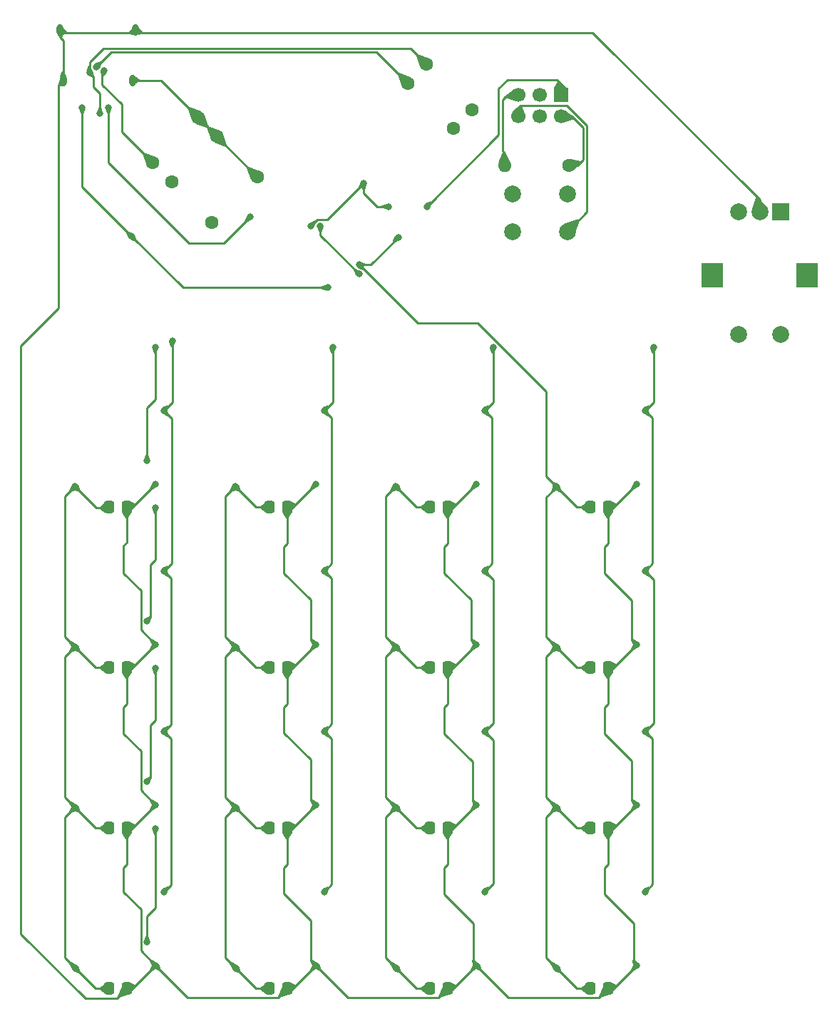
<source format=gbr>
%TF.GenerationSoftware,KiCad,Pcbnew,(7.0.0)*%
%TF.CreationDate,2023-03-09T16:04:36-06:00*%
%TF.ProjectId,RB-Macro16,52422d4d-6163-4726-9f31-362e6b696361,rev?*%
%TF.SameCoordinates,Original*%
%TF.FileFunction,Copper,L1,Top*%
%TF.FilePolarity,Positive*%
%FSLAX46Y46*%
G04 Gerber Fmt 4.6, Leading zero omitted, Abs format (unit mm)*
G04 Created by KiCad (PCBNEW (7.0.0)) date 2023-03-09 16:04:36*
%MOMM*%
%LPD*%
G01*
G04 APERTURE LIST*
G04 Aperture macros list*
%AMRoundRect*
0 Rectangle with rounded corners*
0 $1 Rounding radius*
0 $2 $3 $4 $5 $6 $7 $8 $9 X,Y pos of 4 corners*
0 Add a 4 corners polygon primitive as box body*
4,1,4,$2,$3,$4,$5,$6,$7,$8,$9,$2,$3,0*
0 Add four circle primitives for the rounded corners*
1,1,$1+$1,$2,$3*
1,1,$1+$1,$4,$5*
1,1,$1+$1,$6,$7*
1,1,$1+$1,$8,$9*
0 Add four rect primitives between the rounded corners*
20,1,$1+$1,$2,$3,$4,$5,0*
20,1,$1+$1,$4,$5,$6,$7,0*
20,1,$1+$1,$6,$7,$8,$9,0*
20,1,$1+$1,$8,$9,$2,$3,0*%
%AMHorizOval*
0 Thick line with rounded ends*
0 $1 width*
0 $2 $3 position (X,Y) of the first rounded end (center of the circle)*
0 $4 $5 position (X,Y) of the second rounded end (center of the circle)*
0 Add line between two ends*
20,1,$1,$2,$3,$4,$5,0*
0 Add two circle primitives to create the rounded ends*
1,1,$1,$2,$3*
1,1,$1,$4,$5*%
G04 Aperture macros list end*
%TA.AperFunction,SMDPad,CuDef*%
%ADD10RoundRect,0.250000X-0.337500X-0.475000X0.337500X-0.475000X0.337500X0.475000X-0.337500X0.475000X0*%
%TD*%
%TA.AperFunction,ComponentPad*%
%ADD11R,1.700000X1.700000*%
%TD*%
%TA.AperFunction,ComponentPad*%
%ADD12C,1.700000*%
%TD*%
%TA.AperFunction,ComponentPad*%
%ADD13R,2.000000X2.000000*%
%TD*%
%TA.AperFunction,ComponentPad*%
%ADD14C,2.000000*%
%TD*%
%TA.AperFunction,ComponentPad*%
%ADD15R,2.500000X3.000000*%
%TD*%
%TA.AperFunction,ComponentPad*%
%ADD16C,1.600000*%
%TD*%
%TA.AperFunction,ComponentPad*%
%ADD17HorizOval,1.600000X0.000000X0.000000X0.000000X0.000000X0*%
%TD*%
%TA.AperFunction,ComponentPad*%
%ADD18HorizOval,1.600000X0.000000X0.000000X0.000000X0.000000X0*%
%TD*%
%TA.AperFunction,ComponentPad*%
%ADD19O,1.600000X1.600000*%
%TD*%
%TA.AperFunction,ComponentPad*%
%ADD20O,0.800000X1.400000*%
%TD*%
%TA.AperFunction,ViaPad*%
%ADD21C,0.800000*%
%TD*%
%TA.AperFunction,Conductor*%
%ADD22C,0.250000*%
%TD*%
G04 APERTURE END LIST*
D10*
%TO.P,C14,1*%
%TO.N,VCC*%
X79172500Y-154156300D03*
%TO.P,C14,2*%
%TO.N,GND*%
X81247500Y-154156300D03*
%TD*%
%TO.P,C8,1*%
%TO.N,VCC*%
X117272500Y-116056300D03*
%TO.P,C8,2*%
%TO.N,GND*%
X119347500Y-116056300D03*
%TD*%
%TO.P,C3,1*%
%TO.N,VCC*%
X98222500Y-97006300D03*
%TO.P,C3,2*%
%TO.N,GND*%
X100297500Y-97006300D03*
%TD*%
%TO.P,C4,1*%
%TO.N,VCC*%
X117272500Y-97006300D03*
%TO.P,C4,2*%
%TO.N,GND*%
X119347500Y-97006300D03*
%TD*%
%TO.P,C6,1*%
%TO.N,VCC*%
X79172500Y-116056300D03*
%TO.P,C6,2*%
%TO.N,GND*%
X81247500Y-116056300D03*
%TD*%
%TO.P,C2,1*%
%TO.N,VCC*%
X79172500Y-97006300D03*
%TO.P,C2,2*%
%TO.N,GND*%
X81247500Y-97006300D03*
%TD*%
%TO.P,C1,1*%
%TO.N,VCC*%
X60122500Y-97006300D03*
%TO.P,C1,2*%
%TO.N,GND*%
X62197500Y-97006300D03*
%TD*%
D11*
%TO.P,J2,1,MISO*%
%TO.N,/MISO*%
X113769999Y-48009999D03*
D12*
%TO.P,J2,2,VCC*%
%TO.N,VCC*%
X113770000Y-50550000D03*
%TO.P,J2,3,SCK*%
%TO.N,/SCK*%
X111230000Y-48010000D03*
%TO.P,J2,4,MOSI*%
%TO.N,/MOSI*%
X111230000Y-50550000D03*
%TO.P,J2,5,~{RST}*%
%TO.N,/RESET*%
X108690000Y-48010000D03*
%TO.P,J2,6,GND*%
%TO.N,GND*%
X108690000Y-50550000D03*
%TD*%
D10*
%TO.P,C16,1*%
%TO.N,VCC*%
X117272500Y-154156300D03*
%TO.P,C16,2*%
%TO.N,GND*%
X119347500Y-154156300D03*
%TD*%
D13*
%TO.P,RSW1,A,A*%
%TO.N,/rotA*%
X139859589Y-61956149D03*
D14*
%TO.P,RSW1,B,B*%
%TO.N,/rotB*%
X134859590Y-61956150D03*
%TO.P,RSW1,C,C*%
%TO.N,GND*%
X137359590Y-61956150D03*
D15*
%TO.P,RSW1,MP*%
%TO.N,N/C*%
X142959589Y-69456149D03*
X131759589Y-69456149D03*
D14*
%TO.P,RSW1,S1,S1*%
%TO.N,/col3*%
X139859590Y-76456150D03*
%TO.P,RSW1,S2,S2*%
%TO.N,Net-(D17-A)*%
X134859590Y-76456150D03*
%TD*%
D10*
%TO.P,C15,1*%
%TO.N,VCC*%
X98222500Y-154156300D03*
%TO.P,C15,2*%
%TO.N,GND*%
X100297500Y-154156300D03*
%TD*%
%TO.P,C12,1*%
%TO.N,VCC*%
X117272500Y-135106300D03*
%TO.P,C12,2*%
%TO.N,GND*%
X119347500Y-135106300D03*
%TD*%
%TO.P,C9,1*%
%TO.N,VCC*%
X60122500Y-135106300D03*
%TO.P,C9,2*%
%TO.N,GND*%
X62197500Y-135106300D03*
%TD*%
%TO.P,C5,1*%
%TO.N,VCC*%
X60122500Y-116056300D03*
%TO.P,C5,2*%
%TO.N,GND*%
X62197500Y-116056300D03*
%TD*%
%TO.P,C11,1*%
%TO.N,VCC*%
X98222500Y-135106300D03*
%TO.P,C11,2*%
%TO.N,GND*%
X100297500Y-135106300D03*
%TD*%
%TO.P,C13,1*%
%TO.N,VCC*%
X60122500Y-154156300D03*
%TO.P,C13,2*%
%TO.N,GND*%
X62197500Y-154156300D03*
%TD*%
%TO.P,C7,1*%
%TO.N,VCC*%
X98222500Y-116056300D03*
%TO.P,C7,2*%
%TO.N,GND*%
X100297500Y-116056300D03*
%TD*%
%TO.P,C10,1*%
%TO.N,VCC*%
X79172500Y-135106300D03*
%TO.P,C10,2*%
%TO.N,GND*%
X81247500Y-135106300D03*
%TD*%
D16*
%TO.P,R2,1*%
%TO.N,Net-(U1-~{HWB{slash}PE2})*%
X72295923Y-63194077D03*
D17*
%TO.P,R2,2*%
%TO.N,GND*%
X77684076Y-57805922D03*
%TD*%
D16*
%TO.P,R4,1*%
%TO.N,Net-(J1-CC2)*%
X65295923Y-56114077D03*
D17*
%TO.P,R4,2*%
%TO.N,GND*%
X70684076Y-50725922D03*
%TD*%
D14*
%TO.P,SW1,1,1*%
%TO.N,GND*%
X107990000Y-64300000D03*
X114490000Y-64300000D03*
%TO.P,SW1,2,2*%
%TO.N,/RESET*%
X107990000Y-59800000D03*
X114490000Y-59800000D03*
%TD*%
D16*
%TO.P,R6,1*%
%TO.N,Net-(J1-D+-PadA6)*%
X95565923Y-46655923D03*
D18*
%TO.P,R6,2*%
%TO.N,Net-(U1-D+)*%
X100954076Y-52044076D03*
%TD*%
D16*
%TO.P,R3,1*%
%TO.N,Net-(J1-CC1)*%
X67525923Y-58374077D03*
D17*
%TO.P,R3,2*%
%TO.N,GND*%
X72914076Y-52985922D03*
%TD*%
D16*
%TO.P,R1,1*%
%TO.N,VCC*%
X114680000Y-56390000D03*
D19*
%TO.P,R1,2*%
%TO.N,/RESET*%
X107059999Y-56389999D03*
%TD*%
D20*
%TO.P,J1,S1,SHIELD*%
%TO.N,GND*%
X54269589Y-40366149D03*
X54629589Y-46316149D03*
X62889589Y-46316149D03*
X63249589Y-40366149D03*
%TD*%
D16*
%TO.P,R5,1*%
%TO.N,Net-(J1-D--PadA7)*%
X97781846Y-44421846D03*
D18*
%TO.P,R5,2*%
%TO.N,Net-(U1-D-)*%
X103169999Y-49809999D03*
%TD*%
D21*
%TO.N,GND*%
X103706150Y-113318114D03*
X85170667Y-63606150D03*
X103706150Y-151418114D03*
X89779590Y-69326150D03*
X122756150Y-94268114D03*
X65606150Y-94268114D03*
X84656150Y-113318114D03*
X122756150Y-113318114D03*
X103706150Y-94268114D03*
X84656150Y-151418114D03*
X122756150Y-132368114D03*
X65606150Y-151418114D03*
X84656150Y-94268114D03*
X65606150Y-132368114D03*
X84656150Y-132368114D03*
X103706150Y-132368114D03*
X65606150Y-113318114D03*
X122756150Y-151418114D03*
%TO.N,VCC*%
X93269590Y-61316150D03*
X113243044Y-94588094D03*
X113184000Y-132629050D03*
X113184000Y-113579050D03*
X56034000Y-151679050D03*
X56034000Y-132629050D03*
X94429590Y-64966150D03*
X90324590Y-58561150D03*
X86069590Y-70936150D03*
X94134000Y-113579050D03*
X56034000Y-113579050D03*
X60009590Y-49546150D03*
X56034000Y-94529050D03*
X75084000Y-151679050D03*
X84049590Y-63616150D03*
X75084000Y-94529050D03*
X94134000Y-151679050D03*
X75084000Y-132629050D03*
X94134000Y-94529050D03*
X75084000Y-113579050D03*
X94134000Y-132629050D03*
X62739590Y-64816150D03*
X89779590Y-68195893D03*
X113184000Y-151679050D03*
X76859590Y-62506150D03*
X56899590Y-49546150D03*
%TO.N,Net-(J1-CC2)*%
X59499590Y-45176150D03*
%TO.N,/MISO*%
X97810000Y-61290000D03*
%TO.N,/col0*%
X66584000Y-85529050D03*
X66584000Y-142679050D03*
X66584000Y-104579050D03*
X66584000Y-123629050D03*
X67584000Y-77217896D03*
%TO.N,/col1*%
X85634000Y-104579050D03*
X85634000Y-85529050D03*
X86634000Y-77979050D03*
X85634000Y-123629050D03*
X85634000Y-142679050D03*
%TO.N,/col2*%
X104684000Y-85529050D03*
X105684000Y-77979050D03*
X104684000Y-123629050D03*
X104684000Y-142679050D03*
X104684000Y-104579050D03*
%TO.N,/col3*%
X123734000Y-142679050D03*
X124734000Y-77979050D03*
X123734000Y-123629050D03*
X123734000Y-85529050D03*
X123734000Y-104579050D03*
%TO.N,/led0*%
X65584000Y-77979050D03*
X64584000Y-91479050D03*
%TO.N,Net-(KSW4-DOUT)*%
X64584000Y-110529050D03*
X65584000Y-97029050D03*
%TO.N,Net-(KSW8-DOUT)*%
X64584000Y-129579050D03*
X65584000Y-116079050D03*
%TO.N,Net-(KSW12-DOUT)*%
X65584000Y-135129050D03*
X64584000Y-148629050D03*
%TO.N,Net-(J1-D+-PadA6)*%
X58579590Y-44726150D03*
%TO.N,Net-(J1-D--PadA7)*%
X57779590Y-45396150D03*
X58999590Y-50276150D03*
%TD*%
D22*
%TO.N,VCC*%
X112003690Y-133809360D02*
X112003690Y-150498740D01*
X112003690Y-131448740D02*
X113184000Y-132629050D01*
X113184000Y-113579050D02*
X112003690Y-114759360D01*
X113184000Y-132629050D02*
X115661250Y-135106300D01*
X115661250Y-135106300D02*
X117272500Y-135106300D01*
X112003690Y-114759360D02*
X112003690Y-131448740D01*
X113184000Y-132629050D02*
X112003690Y-133809360D01*
X112003690Y-150498740D02*
X113184000Y-151679050D01*
X84784590Y-62881150D02*
X84049590Y-63616150D01*
X86004590Y-62881150D02*
X84784590Y-62881150D01*
X90324590Y-58561150D02*
X86004590Y-62881150D01*
X112003690Y-112398740D02*
X113184000Y-113579050D01*
X112003690Y-95827448D02*
X112003690Y-112398740D01*
X113243044Y-94588094D02*
X112003690Y-95827448D01*
X96729847Y-75146150D02*
X89779590Y-68195893D01*
X103876405Y-75146150D02*
X96729847Y-75146150D01*
X112003690Y-83273435D02*
X103876405Y-75146150D01*
X113243044Y-94588094D02*
X112003690Y-93348740D01*
X115661250Y-97006300D02*
X117272500Y-97006300D01*
X113243044Y-94588094D02*
X115661250Y-97006300D01*
X112003690Y-93348740D02*
X112003690Y-83273435D01*
%TO.N,Net-(J1-D--PadA7)*%
X59449590Y-42506150D02*
X57779590Y-44176150D01*
X95866150Y-42506150D02*
X59449590Y-42506150D01*
X97781846Y-44421846D02*
X95866150Y-42506150D01*
X57779590Y-44176150D02*
X57779590Y-45396150D01*
X58259590Y-45876150D02*
X57779590Y-45396150D01*
X59010000Y-50265740D02*
X59010000Y-47836560D01*
X59010000Y-47836560D02*
X58259590Y-47086150D01*
X58999590Y-50276150D02*
X59010000Y-50265740D01*
X58259590Y-47086150D02*
X58259590Y-45876150D01*
%TO.N,VCC*%
X56899590Y-58976150D02*
X62739590Y-64816150D01*
X56899590Y-49546150D02*
X56899590Y-58976150D01*
X73729590Y-65636150D02*
X76859590Y-62506150D01*
X69599590Y-65636150D02*
X73729590Y-65636150D01*
X60009590Y-56046150D02*
X69599590Y-65636150D01*
X60009590Y-49546150D02*
X60009590Y-56046150D01*
%TO.N,GND*%
X85170667Y-64717227D02*
X89779590Y-69326150D01*
X85170667Y-63606150D02*
X85170667Y-64717227D01*
%TO.N,VCC*%
X91199847Y-68195893D02*
X94429590Y-64966150D01*
X89779590Y-68195893D02*
X91199847Y-68195893D01*
X90324590Y-59704590D02*
X90324590Y-58561150D01*
X91936150Y-61316150D02*
X90324590Y-59704590D01*
X93269590Y-61316150D02*
X91936150Y-61316150D01*
X68859590Y-70936150D02*
X86069590Y-70936150D01*
X62739590Y-64816150D02*
X68859590Y-70936150D01*
%TO.N,GND*%
X62870390Y-116056300D02*
X65606150Y-113320540D01*
X118974590Y-104871019D02*
X122163690Y-108060119D01*
X54119590Y-46826150D02*
X54119590Y-73376150D01*
X119348620Y-139425470D02*
X118974590Y-139799500D01*
X114445000Y-49300000D02*
X109020000Y-49300000D01*
X80874590Y-123789840D02*
X84063690Y-126978940D01*
X120017964Y-116056300D02*
X122756150Y-113318114D01*
X119347500Y-116056300D02*
X120017964Y-116056300D01*
X62197500Y-97006300D02*
X62867964Y-97006300D01*
X118974590Y-101699500D02*
X118974590Y-104871019D01*
X81250700Y-135109500D02*
X81250700Y-139423390D01*
X100299660Y-120374430D02*
X99924590Y-120749500D01*
X119348620Y-120375470D02*
X118974590Y-120749500D01*
X80874590Y-101699500D02*
X80874590Y-104815290D01*
X72914077Y-53035923D02*
X72914077Y-52985923D01*
X119347500Y-154156300D02*
X120017964Y-154156300D01*
X61824590Y-139799500D02*
X61824590Y-142688940D01*
X109020000Y-49300000D02*
X108690000Y-49630000D01*
X118974590Y-120749500D02*
X118974590Y-123921019D01*
X103113690Y-108005430D02*
X103113690Y-112725654D01*
X81250700Y-101323390D02*
X80874590Y-101699500D01*
X117509590Y-40646150D02*
X137359590Y-60496150D01*
X49629590Y-147656150D02*
X57309590Y-155336150D01*
X81250700Y-116059500D02*
X81250700Y-120373390D01*
X100967964Y-116056300D02*
X103706150Y-113318114D01*
X99924590Y-139799500D02*
X99924590Y-142971019D01*
X103276060Y-127216760D02*
X103276060Y-131938024D01*
X81250700Y-97009500D02*
X81250700Y-101323390D01*
X81917964Y-135106300D02*
X84656150Y-132368114D01*
X99924590Y-142971019D02*
X103350470Y-146396899D01*
X80874590Y-120749500D02*
X80874590Y-123789840D01*
X99924590Y-120749500D02*
X99924590Y-123865290D01*
X57309590Y-155336150D02*
X61017650Y-155336150D01*
X77684077Y-57805923D02*
X72914077Y-53035923D01*
X84063690Y-108004390D02*
X84063690Y-112725654D01*
X62201740Y-97010540D02*
X62201740Y-101173260D01*
X99924590Y-123865290D02*
X103276060Y-127216760D01*
X61824590Y-104871019D02*
X63859000Y-106905429D01*
X100297500Y-154156300D02*
X100967964Y-154156300D01*
X88444336Y-155206300D02*
X99247500Y-155206300D01*
X65606150Y-113320540D02*
X65606150Y-113318114D01*
X54629590Y-46316150D02*
X54119590Y-46826150D01*
X120017964Y-154156300D02*
X122756150Y-151418114D01*
X84063690Y-112725654D02*
X84656150Y-113318114D01*
X61824590Y-123882380D02*
X63859000Y-125916790D01*
X72914077Y-52955923D02*
X72914077Y-52985923D01*
X103276060Y-131938024D02*
X103706150Y-132368114D01*
X103350470Y-146396899D02*
X103350470Y-151062434D01*
X63249590Y-40366150D02*
X62969590Y-40646150D01*
X62201740Y-135110540D02*
X62201740Y-139422350D01*
X100299660Y-116058460D02*
X100299660Y-120374430D01*
X100299660Y-97008460D02*
X100299660Y-101324430D01*
X107494336Y-155206300D02*
X118297500Y-155206300D01*
X81917964Y-154156300D02*
X84656150Y-151418114D01*
X63859000Y-149670964D02*
X65606150Y-151418114D01*
X99247500Y-155206300D02*
X100297500Y-154156300D01*
X69394336Y-155206300D02*
X80197500Y-155206300D01*
X61824590Y-101550410D02*
X61824590Y-104871019D01*
X84063690Y-126978940D02*
X84063690Y-131775654D01*
X122163690Y-112725654D02*
X122756150Y-113318114D01*
X118974590Y-123921019D02*
X122163690Y-127110119D01*
X84063690Y-131775654D02*
X84656150Y-132368114D01*
X81917964Y-116056300D02*
X84656150Y-113318114D01*
X81247500Y-154156300D02*
X81917964Y-154156300D01*
X62197500Y-116056300D02*
X62197500Y-120376590D01*
X122399430Y-151061394D02*
X122756150Y-151418114D01*
X63529590Y-40646150D02*
X117509590Y-40646150D01*
X81247500Y-97006300D02*
X81917964Y-97006300D01*
X119347500Y-135106300D02*
X120017964Y-135106300D01*
X61017650Y-155336150D02*
X62197500Y-154156300D01*
X100299660Y-101324430D02*
X99924590Y-101699500D01*
X119348620Y-116057420D02*
X119348620Y-120375470D01*
X63859000Y-144723350D02*
X63859000Y-149670964D01*
X62197500Y-120376590D02*
X61824590Y-120749500D01*
X108690000Y-49630000D02*
X108690000Y-50550000D01*
X118974590Y-139799500D02*
X118974590Y-142971019D01*
X54629590Y-41566150D02*
X54629590Y-46316150D01*
X100967964Y-97006300D02*
X103706150Y-94268114D01*
X84063690Y-146042490D02*
X84063690Y-150825654D01*
X62867964Y-135106300D02*
X65606150Y-132368114D01*
X49629590Y-77866150D02*
X49629590Y-147656150D01*
X119348620Y-97007420D02*
X119348620Y-101325470D01*
X61824590Y-142688940D02*
X63859000Y-144723350D01*
X100299660Y-135108460D02*
X100299660Y-139424430D01*
X63859000Y-111570964D02*
X65606150Y-113318114D01*
X103113690Y-112725654D02*
X103706150Y-113318114D01*
X81917964Y-97006300D02*
X84656150Y-94268114D01*
X63249590Y-40366150D02*
X63529590Y-40646150D01*
X120017964Y-135106300D02*
X122756150Y-132368114D01*
X80874590Y-142853390D02*
X84063690Y-146042490D01*
X100967964Y-135106300D02*
X103706150Y-132368114D01*
X103706150Y-151418114D02*
X107494336Y-155206300D01*
X137359590Y-60496150D02*
X137359590Y-61956150D01*
X63859000Y-106905429D02*
X63859000Y-111570964D01*
X62201740Y-101173260D02*
X61824590Y-101550410D01*
X81250700Y-139423390D02*
X80874590Y-139799500D01*
X62197500Y-116056300D02*
X62870390Y-116056300D01*
X116850000Y-51705000D02*
X114445000Y-49300000D01*
X62197500Y-135106300D02*
X62867964Y-135106300D01*
X114490000Y-64300000D02*
X116850000Y-61940000D01*
X103350470Y-151062434D02*
X103706150Y-151418114D01*
X100297500Y-116056300D02*
X100967964Y-116056300D01*
X62969590Y-40646150D02*
X54549590Y-40646150D01*
X119348620Y-135107420D02*
X119348620Y-139425470D01*
X100299660Y-139424430D02*
X99924590Y-139799500D01*
X99924590Y-104816330D02*
X103113690Y-108005430D01*
X62889590Y-46316150D02*
X66274304Y-46316150D01*
X81250700Y-120373390D02*
X80874590Y-120749500D01*
X80874590Y-139799500D02*
X80874590Y-142853390D01*
X99924590Y-101699500D02*
X99924590Y-104816330D01*
X81247500Y-116056300D02*
X81917964Y-116056300D01*
X122399430Y-146395859D02*
X122399430Y-151061394D01*
X119348620Y-101325470D02*
X118974590Y-101699500D01*
X62197500Y-154156300D02*
X62867964Y-154156300D01*
X100967964Y-154156300D02*
X103706150Y-151418114D01*
X66274304Y-46316150D02*
X70684077Y-50725923D01*
X81247500Y-135106300D02*
X81917964Y-135106300D01*
X118297500Y-155206300D02*
X119347500Y-154156300D01*
X122163690Y-108060119D02*
X122163690Y-112725654D01*
X116850000Y-61940000D02*
X116850000Y-51705000D01*
X100297500Y-97006300D02*
X100967964Y-97006300D01*
X61824590Y-120749500D02*
X61824590Y-123882380D01*
X70684077Y-50725923D02*
X72914077Y-52955923D01*
X65606150Y-151418114D02*
X69394336Y-155206300D01*
X84063690Y-150825654D02*
X84656150Y-151418114D01*
X84656150Y-151418114D02*
X88444336Y-155206300D01*
X122163690Y-127110119D02*
X122163690Y-131775654D01*
X54119590Y-73376150D02*
X49629590Y-77866150D01*
X122163690Y-131775654D02*
X122756150Y-132368114D01*
X80874590Y-104815290D02*
X84063690Y-108004390D01*
X120017964Y-97006300D02*
X122756150Y-94268114D01*
X62867964Y-154156300D02*
X65606150Y-151418114D01*
X118974590Y-142971019D02*
X122399430Y-146395859D01*
X100297500Y-135106300D02*
X100967964Y-135106300D01*
X63859000Y-125916790D02*
X63859000Y-130620964D01*
X62867964Y-97006300D02*
X65606150Y-94268114D01*
X62201740Y-139422350D02*
X61824590Y-139799500D01*
X54269590Y-40366150D02*
X54269590Y-41206150D01*
X54269590Y-41206150D02*
X54629590Y-41566150D01*
X63859000Y-130620964D02*
X65606150Y-132368114D01*
X119347500Y-97006300D02*
X120017964Y-97006300D01*
X54549590Y-40646150D02*
X54269590Y-40366150D01*
X80197500Y-155206300D02*
X81247500Y-154156300D01*
%TO.N,VCC*%
X92953690Y-150498740D02*
X92953690Y-133809360D01*
X75084000Y-113579050D02*
X73903690Y-112398740D01*
X94134000Y-132629050D02*
X92953690Y-131448740D01*
X77561250Y-116056300D02*
X79172500Y-116056300D01*
X56034000Y-151705940D02*
X58484360Y-154156300D01*
X54853690Y-114759360D02*
X54853690Y-131448740D01*
X92953690Y-95709360D02*
X94134000Y-94529050D01*
X113184000Y-113579050D02*
X115661250Y-116056300D01*
X73903690Y-150498740D02*
X75084000Y-151679050D01*
X75084000Y-132629050D02*
X77561250Y-135106300D01*
X56034000Y-94529050D02*
X54853690Y-95709360D01*
X56034000Y-113579050D02*
X54853690Y-114759360D01*
X96611250Y-154156300D02*
X98222500Y-154156300D01*
X73903690Y-131448740D02*
X73903690Y-114759360D01*
X75084000Y-151679050D02*
X77561250Y-154156300D01*
X75084000Y-94529050D02*
X77561250Y-97006300D01*
X58484360Y-154156300D02*
X60122500Y-154156300D01*
X60233270Y-97063300D02*
X58568250Y-97063300D01*
X115040000Y-50550000D02*
X113770000Y-50550000D01*
X54853690Y-150498740D02*
X56034000Y-151679050D01*
X77561250Y-135106300D02*
X79172500Y-135106300D01*
X54853690Y-131448740D02*
X56034000Y-132629050D01*
X73903690Y-95709360D02*
X75084000Y-94529050D01*
X73903690Y-112398740D02*
X73903690Y-95709360D01*
X115661250Y-154156300D02*
X117272500Y-154156300D01*
X116400000Y-51910000D02*
X115040000Y-50550000D01*
X94134000Y-113579050D02*
X96611250Y-116056300D01*
X96611250Y-116056300D02*
X98222500Y-116056300D01*
X92953690Y-131448740D02*
X92953690Y-114759360D01*
X56034000Y-113579050D02*
X58511250Y-116056300D01*
X75084000Y-132629050D02*
X73903690Y-131448740D01*
X58511250Y-116056300D02*
X60122500Y-116056300D01*
X94134000Y-113579050D02*
X92953690Y-112398740D01*
X92953690Y-114759360D02*
X94134000Y-113579050D01*
X94134000Y-132629050D02*
X96611250Y-135106300D01*
X92953690Y-133809360D02*
X94134000Y-132629050D01*
X73903690Y-150498740D02*
X73903690Y-133809360D01*
X56034000Y-132629050D02*
X58511250Y-135106300D01*
X73903690Y-133809360D02*
X75084000Y-132629050D01*
X77561250Y-154156300D02*
X79172500Y-154156300D01*
X75084000Y-113579050D02*
X77561250Y-116056300D01*
X116400000Y-55740000D02*
X116400000Y-51910000D01*
X94134000Y-94529050D02*
X96611250Y-97006300D01*
X54853690Y-112398740D02*
X56034000Y-113579050D01*
X56034000Y-132629050D02*
X54853690Y-133809360D01*
X56034000Y-151679050D02*
X56034000Y-151705940D01*
X115661250Y-116056300D02*
X117272500Y-116056300D01*
X54853690Y-133809360D02*
X54853690Y-150498740D01*
X113184000Y-151679050D02*
X115661250Y-154156300D01*
X96611250Y-97006300D02*
X98222500Y-97006300D01*
X73903690Y-114759360D02*
X75084000Y-113579050D01*
X114680000Y-56390000D02*
X115750000Y-56390000D01*
X58568250Y-97063300D02*
X56034000Y-94529050D01*
X94134000Y-151679050D02*
X92953690Y-150498740D01*
X54853690Y-95709360D02*
X54853690Y-112398740D01*
X96611250Y-135106300D02*
X98222500Y-135106300D01*
X92953690Y-112398740D02*
X92953690Y-95709360D01*
X77561250Y-97006300D02*
X79172500Y-97006300D01*
X115750000Y-56390000D02*
X116400000Y-55740000D01*
X94134000Y-151679050D02*
X96611250Y-154156300D01*
X58511250Y-135106300D02*
X60122500Y-135106300D01*
%TO.N,Net-(J1-CC2)*%
X59259590Y-45416150D02*
X59259590Y-46821150D01*
X59499590Y-45176150D02*
X59259590Y-45416150D01*
X61589590Y-52407744D02*
X65295923Y-56114077D01*
X59259590Y-46821150D02*
X61589590Y-49151150D01*
X61589590Y-49151150D02*
X61589590Y-52407744D01*
%TO.N,/MISO*%
X106360000Y-47300000D02*
X107390000Y-46270000D01*
X107390000Y-46270000D02*
X113250000Y-46270000D01*
X106360000Y-52770000D02*
X106360000Y-47300000D01*
X97840000Y-61290000D02*
X106360000Y-52770000D01*
X113770000Y-46790000D02*
X113770000Y-48010000D01*
X97810000Y-61290000D02*
X97840000Y-61290000D01*
X113250000Y-46270000D02*
X113770000Y-46790000D01*
%TO.N,/RESET*%
X106810000Y-48620000D02*
X106810000Y-54700000D01*
X106810000Y-54700000D02*
X107060000Y-54950000D01*
X107420000Y-48010000D02*
X106810000Y-48620000D01*
X107060000Y-54950000D02*
X107060000Y-56390000D01*
X108690000Y-48010000D02*
X107420000Y-48010000D01*
%TO.N,/col0*%
X66584000Y-123629050D02*
X67465490Y-124510540D01*
X67465490Y-122771520D02*
X66607960Y-123629050D01*
X67521210Y-103641840D02*
X66584000Y-104579050D01*
X67465490Y-124510540D02*
X67465490Y-141820480D01*
X67584000Y-84529050D02*
X66584000Y-85529050D01*
X66584000Y-85529050D02*
X67521210Y-86466260D01*
X66607960Y-123629050D02*
X66584000Y-123629050D01*
X67465490Y-141820480D02*
X66606920Y-142679050D01*
X67465490Y-105460540D02*
X67465490Y-122771520D01*
X67521210Y-86466260D02*
X67521210Y-103641840D01*
X66584000Y-104579050D02*
X67465490Y-105460540D01*
X67584000Y-77217896D02*
X67584000Y-84529050D01*
X66606920Y-142679050D02*
X66584000Y-142679050D01*
%TO.N,/col1*%
X86515490Y-122747560D02*
X85634000Y-123629050D01*
X85634000Y-123629050D02*
X86515490Y-124510540D01*
X85634000Y-85529050D02*
X86634000Y-84529050D01*
X86515490Y-86410540D02*
X86515490Y-103697560D01*
X85634000Y-104579050D02*
X86515490Y-105460540D01*
X86634000Y-84529050D02*
X86634000Y-77979050D01*
X86515490Y-141797560D02*
X85634000Y-142679050D01*
X85634000Y-85529050D02*
X86515490Y-86410540D01*
X86515490Y-124510540D02*
X86515490Y-141797560D01*
X86515490Y-103697560D02*
X85634000Y-104579050D01*
X86515490Y-105460540D02*
X86515490Y-122747560D01*
%TO.N,/col2*%
X105690000Y-122623050D02*
X104684000Y-123629050D01*
X104684000Y-104579050D02*
X105690000Y-105585050D01*
X105565490Y-103697560D02*
X104684000Y-104579050D01*
X105690000Y-124635050D02*
X105690000Y-141673050D01*
X105684000Y-84529050D02*
X105684000Y-77979050D01*
X105690000Y-141673050D02*
X104684000Y-142679050D01*
X104684000Y-85529050D02*
X105565490Y-86410540D01*
X104684000Y-123629050D02*
X105690000Y-124635050D01*
X105690000Y-105585050D02*
X105690000Y-122623050D01*
X105565490Y-86410540D02*
X105565490Y-103697560D01*
X104684000Y-85529050D02*
X105684000Y-84529050D01*
%TO.N,/col3*%
X124738960Y-122624090D02*
X123734000Y-123629050D01*
X124615490Y-103697560D02*
X123734000Y-104579050D01*
X124615490Y-124510540D02*
X124615490Y-141797560D01*
X123734000Y-104579050D02*
X124738960Y-105584010D01*
X123734000Y-85529050D02*
X124734000Y-84529050D01*
X123734000Y-85529050D02*
X124615490Y-86410540D01*
X124738960Y-105584010D02*
X124738960Y-122624090D01*
X124615490Y-86410540D02*
X124615490Y-103697560D01*
X124734000Y-84529050D02*
X124734000Y-77979050D01*
X124615490Y-141797560D02*
X123734000Y-142679050D01*
X123734000Y-123629050D02*
X124615490Y-124510540D01*
%TO.N,/led0*%
X65584000Y-84193390D02*
X65584000Y-77979050D01*
X64584000Y-85193390D02*
X65584000Y-84193390D01*
X64584000Y-91479050D02*
X64584000Y-85193390D01*
%TO.N,Net-(KSW4-DOUT)*%
X65013690Y-110099360D02*
X65013690Y-103813700D01*
X64584000Y-110529050D02*
X65013690Y-110099360D01*
X65584000Y-103243390D02*
X65584000Y-97029050D01*
X65013690Y-103813700D02*
X65584000Y-103243390D01*
%TO.N,Net-(KSW8-DOUT)*%
X65013690Y-129149360D02*
X65013690Y-122863700D01*
X65584000Y-122293390D02*
X65584000Y-116079050D01*
X64584000Y-129579050D02*
X65013690Y-129149360D01*
X65013690Y-122863700D02*
X65584000Y-122293390D01*
%TO.N,Net-(KSW12-DOUT)*%
X64584000Y-145578056D02*
X65584000Y-144578056D01*
X64584000Y-148629050D02*
X64584000Y-145578056D01*
X65584000Y-144578056D02*
X65584000Y-135129050D01*
%TO.N,Net-(J1-D+-PadA6)*%
X91866150Y-42956150D02*
X60349590Y-42956150D01*
X60349590Y-42956150D02*
X58579590Y-44726150D01*
X95565923Y-46655923D02*
X91866150Y-42956150D01*
%TD*%
%TA.AperFunction,Conductor*%
%TO.N,VCC*%
G36*
X112714071Y-131978302D02*
G01*
X113326760Y-132254843D01*
X113332820Y-132261187D01*
X113332767Y-132269959D01*
X113186563Y-132625245D01*
X113184016Y-132629066D01*
X113180195Y-132631613D01*
X112824909Y-132777817D01*
X112816137Y-132777870D01*
X112809793Y-132771810D01*
X112745676Y-132629757D01*
X112579320Y-132261187D01*
X112533252Y-132159121D01*
X112532407Y-132152205D01*
X112535641Y-132146037D01*
X112700987Y-131980691D01*
X112707155Y-131977457D01*
X112714071Y-131978302D01*
G37*
%TD.AperFunction*%
%TD*%
%TA.AperFunction,Conductor*%
%TO.N,VCC*%
G36*
X112824909Y-113430282D02*
G01*
X112967763Y-113489068D01*
X113180196Y-113576486D01*
X113184016Y-113579033D01*
X113186563Y-113582854D01*
X113332767Y-113938140D01*
X113332820Y-113946912D01*
X113326760Y-113953256D01*
X112714071Y-114229797D01*
X112707155Y-114230642D01*
X112700985Y-114227406D01*
X112535643Y-114062064D01*
X112532407Y-114055894D01*
X112533252Y-114048978D01*
X112579320Y-113946912D01*
X112809794Y-113436287D01*
X112816137Y-113430229D01*
X112824909Y-113430282D01*
G37*
%TD.AperFunction*%
%TD*%
%TA.AperFunction,Conductor*%
%TO.N,VCC*%
G36*
X113558206Y-132486289D02*
G01*
X113834747Y-133098978D01*
X113835592Y-133105894D01*
X113832356Y-133112064D01*
X113667014Y-133277406D01*
X113660844Y-133280642D01*
X113653928Y-133279797D01*
X113041239Y-133003256D01*
X113035179Y-132996912D01*
X113035232Y-132988140D01*
X113181437Y-132632851D01*
X113183983Y-132629033D01*
X113187801Y-132626487D01*
X113543090Y-132480281D01*
X113551862Y-132480229D01*
X113558206Y-132486289D01*
G37*
%TD.AperFunction*%
%TD*%
%TA.AperFunction,Conductor*%
%TO.N,VCC*%
G36*
X116722440Y-134526341D02*
G01*
X117265842Y-135098241D01*
X117269060Y-135106300D01*
X117265842Y-135114359D01*
X116722440Y-135686258D01*
X116714941Y-135689858D01*
X116706947Y-135687565D01*
X116102187Y-135234809D01*
X116098737Y-135230681D01*
X116097500Y-135225444D01*
X116097500Y-134987156D01*
X116098737Y-134981919D01*
X116102188Y-134977790D01*
X116706949Y-134525033D01*
X116714941Y-134522741D01*
X116722440Y-134526341D01*
G37*
%TD.AperFunction*%
%TD*%
%TA.AperFunction,Conductor*%
%TO.N,VCC*%
G36*
X112824909Y-132480282D02*
G01*
X112967763Y-132539068D01*
X113180196Y-132626486D01*
X113184016Y-132629033D01*
X113186563Y-132632854D01*
X113332767Y-132988140D01*
X113332820Y-132996912D01*
X113326760Y-133003256D01*
X112714071Y-133279797D01*
X112707155Y-133280642D01*
X112700985Y-133277406D01*
X112535643Y-133112064D01*
X112532407Y-133105894D01*
X112533252Y-133098978D01*
X112579320Y-132996912D01*
X112809794Y-132486287D01*
X112816137Y-132480229D01*
X112824909Y-132480282D01*
G37*
%TD.AperFunction*%
%TD*%
%TA.AperFunction,Conductor*%
%TO.N,VCC*%
G36*
X112714071Y-151028302D02*
G01*
X113326760Y-151304843D01*
X113332820Y-151311187D01*
X113332767Y-151319959D01*
X113186563Y-151675245D01*
X113184016Y-151679066D01*
X113180195Y-151681613D01*
X112824909Y-151827817D01*
X112816137Y-151827870D01*
X112809793Y-151821810D01*
X112745676Y-151679757D01*
X112579320Y-151311187D01*
X112533252Y-151209121D01*
X112532407Y-151202205D01*
X112535641Y-151196037D01*
X112700987Y-151030691D01*
X112707155Y-151027457D01*
X112714071Y-151028302D01*
G37*
%TD.AperFunction*%
%TD*%
%TA.AperFunction,Conductor*%
%TO.N,VCC*%
G36*
X84532604Y-62967793D02*
G01*
X84697946Y-63133135D01*
X84701182Y-63139305D01*
X84700337Y-63146221D01*
X84423796Y-63758910D01*
X84417452Y-63764970D01*
X84408680Y-63764917D01*
X84053394Y-63618713D01*
X84049573Y-63616166D01*
X84047026Y-63612345D01*
X83900822Y-63257059D01*
X83900769Y-63248287D01*
X83906827Y-63241944D01*
X84519518Y-62965401D01*
X84526434Y-62964557D01*
X84532604Y-62967793D01*
G37*
%TD.AperFunction*%
%TD*%
%TA.AperFunction,Conductor*%
%TO.N,VCC*%
G36*
X89965499Y-58412382D02*
G01*
X90108353Y-58471168D01*
X90320786Y-58558586D01*
X90324606Y-58561133D01*
X90327153Y-58564954D01*
X90473357Y-58920240D01*
X90473410Y-58929012D01*
X90467350Y-58935356D01*
X89854661Y-59211897D01*
X89847745Y-59212742D01*
X89841575Y-59209506D01*
X89676233Y-59044164D01*
X89672997Y-59037994D01*
X89673842Y-59031078D01*
X89719910Y-58929012D01*
X89950384Y-58418387D01*
X89956727Y-58412329D01*
X89965499Y-58412382D01*
G37*
%TD.AperFunction*%
%TD*%
%TA.AperFunction,Conductor*%
%TO.N,VCC*%
G36*
X112714071Y-112928302D02*
G01*
X113326760Y-113204843D01*
X113332820Y-113211187D01*
X113332767Y-113219959D01*
X113186563Y-113575245D01*
X113184016Y-113579066D01*
X113180195Y-113581613D01*
X112824909Y-113727817D01*
X112816137Y-113727870D01*
X112809793Y-113721810D01*
X112745676Y-113579757D01*
X112579320Y-113211187D01*
X112533252Y-113109121D01*
X112532407Y-113102205D01*
X112535641Y-113096037D01*
X112700987Y-112930691D01*
X112707155Y-112927457D01*
X112714071Y-112928302D01*
G37*
%TD.AperFunction*%
%TD*%
%TA.AperFunction,Conductor*%
%TO.N,VCC*%
G36*
X112883953Y-94439326D02*
G01*
X113026807Y-94498112D01*
X113239240Y-94585530D01*
X113243060Y-94588077D01*
X113245607Y-94591898D01*
X113391811Y-94947184D01*
X113391864Y-94955956D01*
X113385804Y-94962300D01*
X112773115Y-95238841D01*
X112766199Y-95239686D01*
X112760029Y-95236450D01*
X112594687Y-95071108D01*
X112591451Y-95064938D01*
X112592296Y-95058022D01*
X112638364Y-94955956D01*
X112868838Y-94445331D01*
X112875181Y-94439273D01*
X112883953Y-94439326D01*
G37*
%TD.AperFunction*%
%TD*%
%TA.AperFunction,Conductor*%
%TO.N,VCC*%
G36*
X90153796Y-68053132D02*
G01*
X90430337Y-68665821D01*
X90431182Y-68672737D01*
X90427946Y-68678907D01*
X90262604Y-68844249D01*
X90256434Y-68847485D01*
X90249518Y-68846640D01*
X89636829Y-68570099D01*
X89630769Y-68563755D01*
X89630822Y-68554983D01*
X89777027Y-68199694D01*
X89779573Y-68195876D01*
X89783391Y-68193330D01*
X90138680Y-68047124D01*
X90147452Y-68047072D01*
X90153796Y-68053132D01*
G37*
%TD.AperFunction*%
%TD*%
%TA.AperFunction,Conductor*%
%TO.N,VCC*%
G36*
X112773115Y-93937346D02*
G01*
X113385804Y-94213887D01*
X113391864Y-94220231D01*
X113391811Y-94229003D01*
X113245607Y-94584289D01*
X113243060Y-94588110D01*
X113239239Y-94590657D01*
X112883953Y-94736861D01*
X112875181Y-94736914D01*
X112868837Y-94730854D01*
X112804720Y-94588801D01*
X112638364Y-94220231D01*
X112592296Y-94118165D01*
X112591451Y-94111249D01*
X112594685Y-94105081D01*
X112760031Y-93939735D01*
X112766199Y-93936501D01*
X112773115Y-93937346D01*
G37*
%TD.AperFunction*%
%TD*%
%TA.AperFunction,Conductor*%
%TO.N,VCC*%
G36*
X116722440Y-96426341D02*
G01*
X117265842Y-96998241D01*
X117269060Y-97006300D01*
X117265842Y-97014359D01*
X116722440Y-97586258D01*
X116714941Y-97589858D01*
X116706947Y-97587565D01*
X116102187Y-97134809D01*
X116098737Y-97130681D01*
X116097500Y-97125444D01*
X116097500Y-96887156D01*
X116098737Y-96881919D01*
X116102188Y-96877790D01*
X116706949Y-96425033D01*
X116714941Y-96422741D01*
X116722440Y-96426341D01*
G37*
%TD.AperFunction*%
%TD*%
%TA.AperFunction,Conductor*%
%TO.N,VCC*%
G36*
X113617250Y-94445333D02*
G01*
X113893791Y-95058022D01*
X113894636Y-95064938D01*
X113891400Y-95071108D01*
X113726058Y-95236450D01*
X113719888Y-95239686D01*
X113712972Y-95238841D01*
X113100283Y-94962300D01*
X113094223Y-94955956D01*
X113094276Y-94947184D01*
X113240481Y-94591895D01*
X113243027Y-94588077D01*
X113246845Y-94585531D01*
X113602134Y-94439325D01*
X113610906Y-94439273D01*
X113617250Y-94445333D01*
G37*
%TD.AperFunction*%
%TD*%
%TA.AperFunction,Conductor*%
%TO.N,Net-(J1-D--PadA7)*%
G36*
X96745830Y-43204569D02*
G01*
X98076416Y-43678617D01*
X98081522Y-43682203D01*
X98084058Y-43687906D01*
X98083302Y-43694102D01*
X97784408Y-44418058D01*
X97781866Y-44421866D01*
X97778058Y-44424408D01*
X97054102Y-44723302D01*
X97047906Y-44724058D01*
X97042203Y-44721522D01*
X97038617Y-44716416D01*
X96564569Y-43385830D01*
X96564177Y-43379335D01*
X96567316Y-43373635D01*
X96733635Y-43207316D01*
X96739335Y-43204177D01*
X96745830Y-43204569D01*
G37*
%TD.AperFunction*%
%TD*%
%TA.AperFunction,Conductor*%
%TO.N,Net-(J1-D--PadA7)*%
G36*
X57903157Y-44598225D02*
G01*
X57907449Y-44603713D01*
X57984209Y-44806772D01*
X57984865Y-44809382D01*
X57994445Y-44882149D01*
X57994446Y-44882153D01*
X57994546Y-44882912D01*
X57994839Y-44883619D01*
X57994840Y-44883623D01*
X58054757Y-45028275D01*
X58055054Y-45028991D01*
X58071285Y-45050144D01*
X58079938Y-45061421D01*
X58081600Y-45064406D01*
X58145141Y-45232494D01*
X58144940Y-45241265D01*
X58138699Y-45247430D01*
X57784092Y-45395273D01*
X57779590Y-45396174D01*
X57775088Y-45395273D01*
X57420480Y-45247430D01*
X57414239Y-45241265D01*
X57414038Y-45232495D01*
X57651731Y-44603712D01*
X57656023Y-44598225D01*
X57662675Y-44596150D01*
X57896505Y-44596150D01*
X57903157Y-44598225D01*
G37*
%TD.AperFunction*%
%TD*%
%TA.AperFunction,Conductor*%
%TO.N,Net-(J1-D--PadA7)*%
G36*
X58149454Y-45249926D02*
G01*
X58152948Y-45255272D01*
X58379850Y-45982142D01*
X58379781Y-45989329D01*
X58375522Y-45995120D01*
X58368682Y-45997328D01*
X58137131Y-45997328D01*
X58132278Y-45996274D01*
X57636786Y-45770383D01*
X57630755Y-45764030D01*
X57630824Y-45755273D01*
X57777732Y-45399647D01*
X57780277Y-45395837D01*
X57784089Y-45393298D01*
X58137329Y-45247937D01*
X58143673Y-45247212D01*
X58149454Y-45249926D01*
G37*
%TD.AperFunction*%
%TD*%
%TA.AperFunction,Conductor*%
%TO.N,Net-(J1-D--PadA7)*%
G36*
X59133515Y-49480340D02*
G01*
X59137798Y-49485928D01*
X59365331Y-50112582D01*
X59365046Y-50121279D01*
X59358835Y-50127374D01*
X59004091Y-50275273D01*
X58999589Y-50276174D01*
X58995088Y-50275273D01*
X58875346Y-50225350D01*
X58640639Y-50127496D01*
X58634363Y-50121249D01*
X58634261Y-50112395D01*
X58882075Y-49485619D01*
X58886376Y-49480246D01*
X58892955Y-49478221D01*
X59126800Y-49478221D01*
X59133515Y-49480340D01*
G37*
%TD.AperFunction*%
%TD*%
%TA.AperFunction,Conductor*%
%TO.N,VCC*%
G36*
X62269661Y-64165402D02*
G01*
X62882350Y-64441943D01*
X62888410Y-64448287D01*
X62888357Y-64457059D01*
X62742153Y-64812345D01*
X62739606Y-64816166D01*
X62735785Y-64818713D01*
X62380499Y-64964917D01*
X62371727Y-64964970D01*
X62365383Y-64958910D01*
X62301266Y-64816857D01*
X62134910Y-64448287D01*
X62088842Y-64346221D01*
X62087997Y-64339305D01*
X62091231Y-64333137D01*
X62256577Y-64167791D01*
X62262745Y-64164557D01*
X62269661Y-64165402D01*
G37*
%TD.AperFunction*%
%TD*%
%TA.AperFunction,Conductor*%
%TO.N,VCC*%
G36*
X56904087Y-49547025D02*
G01*
X57258699Y-49694869D01*
X57264940Y-49701034D01*
X57265141Y-49709805D01*
X57027449Y-50338587D01*
X57023157Y-50344075D01*
X57016505Y-50346150D01*
X56782675Y-50346150D01*
X56776023Y-50344075D01*
X56771731Y-50338587D01*
X56534038Y-49709805D01*
X56534239Y-49701034D01*
X56540479Y-49694869D01*
X56895092Y-49547025D01*
X56899590Y-49546125D01*
X56904087Y-49547025D01*
G37*
%TD.AperFunction*%
%TD*%
%TA.AperFunction,Conductor*%
%TO.N,VCC*%
G36*
X76500499Y-62357382D02*
G01*
X76643353Y-62416168D01*
X76855786Y-62503586D01*
X76859606Y-62506133D01*
X76862153Y-62509954D01*
X77008357Y-62865240D01*
X77008410Y-62874012D01*
X77002350Y-62880356D01*
X76389661Y-63156897D01*
X76382745Y-63157742D01*
X76376575Y-63154506D01*
X76211233Y-62989164D01*
X76207997Y-62982994D01*
X76208842Y-62976078D01*
X76254910Y-62874012D01*
X76485384Y-62363387D01*
X76491727Y-62357329D01*
X76500499Y-62357382D01*
G37*
%TD.AperFunction*%
%TD*%
%TA.AperFunction,Conductor*%
%TO.N,VCC*%
G36*
X60014087Y-49547025D02*
G01*
X60368699Y-49694869D01*
X60374940Y-49701034D01*
X60375141Y-49709805D01*
X60137449Y-50338587D01*
X60133157Y-50344075D01*
X60126505Y-50346150D01*
X59892675Y-50346150D01*
X59886023Y-50344075D01*
X59881731Y-50338587D01*
X59644038Y-49709805D01*
X59644239Y-49701034D01*
X59650479Y-49694869D01*
X60005092Y-49547025D01*
X60009590Y-49546125D01*
X60014087Y-49547025D01*
G37*
%TD.AperFunction*%
%TD*%
%TA.AperFunction,Conductor*%
%TO.N,GND*%
G36*
X89309661Y-68675402D02*
G01*
X89922350Y-68951943D01*
X89928410Y-68958287D01*
X89928357Y-68967059D01*
X89782153Y-69322345D01*
X89779606Y-69326166D01*
X89775785Y-69328713D01*
X89420499Y-69474917D01*
X89411727Y-69474970D01*
X89405383Y-69468910D01*
X89341266Y-69326857D01*
X89174910Y-68958287D01*
X89128842Y-68856221D01*
X89127997Y-68849305D01*
X89131231Y-68843137D01*
X89296577Y-68677791D01*
X89302745Y-68674557D01*
X89309661Y-68675402D01*
G37*
%TD.AperFunction*%
%TD*%
%TA.AperFunction,Conductor*%
%TO.N,GND*%
G36*
X85175164Y-63607025D02*
G01*
X85529776Y-63754869D01*
X85536017Y-63761034D01*
X85536218Y-63769805D01*
X85298526Y-64398587D01*
X85294234Y-64404075D01*
X85287582Y-64406150D01*
X85053752Y-64406150D01*
X85047100Y-64404075D01*
X85042808Y-64398587D01*
X84805115Y-63769805D01*
X84805316Y-63761034D01*
X84811556Y-63754869D01*
X85166169Y-63607025D01*
X85170667Y-63606125D01*
X85175164Y-63607025D01*
G37*
%TD.AperFunction*%
%TD*%
%TA.AperFunction,Conductor*%
%TO.N,VCC*%
G36*
X94070499Y-64817382D02*
G01*
X94213353Y-64876168D01*
X94425786Y-64963586D01*
X94429606Y-64966133D01*
X94432153Y-64969954D01*
X94578357Y-65325240D01*
X94578410Y-65334012D01*
X94572350Y-65340356D01*
X93959661Y-65616897D01*
X93952745Y-65617742D01*
X93946575Y-65614506D01*
X93781233Y-65449164D01*
X93777997Y-65442994D01*
X93778842Y-65436078D01*
X93824910Y-65334012D01*
X94055384Y-64823387D01*
X94061727Y-64817329D01*
X94070499Y-64817382D01*
G37*
%TD.AperFunction*%
%TD*%
%TA.AperFunction,Conductor*%
%TO.N,VCC*%
G36*
X89960286Y-67836783D02*
G01*
X90572027Y-68068034D01*
X90577515Y-68072326D01*
X90579590Y-68078978D01*
X90579590Y-68312808D01*
X90577515Y-68319460D01*
X90572027Y-68323752D01*
X89943245Y-68561444D01*
X89934474Y-68561243D01*
X89928309Y-68555002D01*
X89780465Y-68200391D01*
X89779565Y-68195892D01*
X89780464Y-68191396D01*
X89928309Y-67836782D01*
X89934474Y-67830542D01*
X89943244Y-67830341D01*
X89960286Y-67836783D01*
G37*
%TD.AperFunction*%
%TD*%
%TA.AperFunction,Conductor*%
%TO.N,VCC*%
G36*
X90329087Y-58562025D02*
G01*
X90683699Y-58709869D01*
X90689940Y-58716034D01*
X90690141Y-58724805D01*
X90452449Y-59353587D01*
X90448157Y-59359075D01*
X90441505Y-59361150D01*
X90207675Y-59361150D01*
X90201023Y-59359075D01*
X90196731Y-59353587D01*
X89959038Y-58724805D01*
X89959239Y-58716034D01*
X89965479Y-58709869D01*
X90320092Y-58562025D01*
X90324590Y-58561125D01*
X90329087Y-58562025D01*
G37*
%TD.AperFunction*%
%TD*%
%TA.AperFunction,Conductor*%
%TO.N,VCC*%
G36*
X93114705Y-60950799D02*
G01*
X93120870Y-60957040D01*
X93268713Y-61311647D01*
X93269614Y-61316149D01*
X93268713Y-61320651D01*
X93120870Y-61675259D01*
X93114705Y-61681500D01*
X93105934Y-61681701D01*
X92477153Y-61444009D01*
X92471665Y-61439717D01*
X92469590Y-61433065D01*
X92469590Y-61199235D01*
X92471665Y-61192583D01*
X92477153Y-61188291D01*
X93105935Y-60950598D01*
X93114705Y-60950799D01*
G37*
%TD.AperFunction*%
%TD*%
%TA.AperFunction,Conductor*%
%TO.N,VCC*%
G36*
X85914705Y-70570799D02*
G01*
X85920870Y-70577040D01*
X86068713Y-70931648D01*
X86069614Y-70936150D01*
X86068713Y-70940652D01*
X85920870Y-71295259D01*
X85914705Y-71301500D01*
X85905934Y-71301701D01*
X85277153Y-71064009D01*
X85271665Y-71059717D01*
X85269590Y-71053065D01*
X85269590Y-70819235D01*
X85271665Y-70812583D01*
X85277153Y-70808291D01*
X85905935Y-70570598D01*
X85914705Y-70570799D01*
G37*
%TD.AperFunction*%
%TD*%
%TA.AperFunction,Conductor*%
%TO.N,VCC*%
G36*
X63113796Y-64673389D02*
G01*
X63390337Y-65286078D01*
X63391182Y-65292994D01*
X63387946Y-65299164D01*
X63222604Y-65464506D01*
X63216434Y-65467742D01*
X63209518Y-65466897D01*
X62596829Y-65190356D01*
X62590769Y-65184012D01*
X62590822Y-65175240D01*
X62737027Y-64819951D01*
X62739573Y-64816133D01*
X62743391Y-64813587D01*
X63098680Y-64667381D01*
X63107452Y-64667329D01*
X63113796Y-64673389D01*
G37*
%TD.AperFunction*%
%TD*%
%TA.AperFunction,Conductor*%
%TO.N,GND*%
G36*
X65247083Y-113169355D02*
G01*
X65602346Y-113315550D01*
X65606166Y-113318097D01*
X65608713Y-113321918D01*
X65754927Y-113677226D01*
X65754985Y-113685987D01*
X65748943Y-113692332D01*
X65137685Y-113969810D01*
X65130759Y-113970668D01*
X65124576Y-113967429D01*
X64959232Y-113802085D01*
X64955998Y-113795929D01*
X64956829Y-113789025D01*
X65006955Y-113677226D01*
X65231959Y-113175386D01*
X65238299Y-113169308D01*
X65247083Y-113169355D01*
G37*
%TD.AperFunction*%
%TD*%
%TA.AperFunction,Conductor*%
%TO.N,GND*%
G36*
X122397059Y-113169346D02*
G01*
X122539913Y-113228132D01*
X122752346Y-113315550D01*
X122756166Y-113318097D01*
X122758713Y-113321918D01*
X122904917Y-113677204D01*
X122904970Y-113685976D01*
X122898910Y-113692320D01*
X122286221Y-113968861D01*
X122279305Y-113969706D01*
X122273135Y-113966470D01*
X122107793Y-113801128D01*
X122104557Y-113794958D01*
X122105402Y-113788042D01*
X122151470Y-113685976D01*
X122381944Y-113175351D01*
X122388287Y-113169293D01*
X122397059Y-113169346D01*
G37*
%TD.AperFunction*%
%TD*%
%TA.AperFunction,Conductor*%
%TO.N,GND*%
G36*
X119790321Y-115355307D02*
G01*
X120284715Y-115610315D01*
X120287624Y-115612439D01*
X120455848Y-115780663D01*
X120459250Y-115788178D01*
X120456849Y-115796070D01*
X119941864Y-116465542D01*
X119934326Y-116469978D01*
X119925818Y-116467949D01*
X119355719Y-116063341D01*
X119351028Y-116056141D01*
X119352519Y-116047679D01*
X119774989Y-115359583D01*
X119781817Y-115354436D01*
X119790321Y-115355307D01*
G37*
%TD.AperFunction*%
%TD*%
%TA.AperFunction,Conductor*%
%TO.N,GND*%
G36*
X62640321Y-96305307D02*
G01*
X63134715Y-96560315D01*
X63137624Y-96562439D01*
X63305848Y-96730663D01*
X63309250Y-96738178D01*
X63306849Y-96746070D01*
X62791864Y-97415542D01*
X62784326Y-97419978D01*
X62775818Y-97417949D01*
X62205719Y-97013341D01*
X62201028Y-97006141D01*
X62202519Y-96997679D01*
X62624989Y-96309583D01*
X62631817Y-96304436D01*
X62640321Y-96305307D01*
G37*
%TD.AperFunction*%
%TD*%
%TA.AperFunction,Conductor*%
%TO.N,GND*%
G36*
X81255794Y-135113641D02*
G01*
X81809536Y-135670501D01*
X81809579Y-135670544D01*
X81812894Y-135677353D01*
X81811344Y-135684765D01*
X81379100Y-136413071D01*
X81374828Y-136417267D01*
X81369039Y-136418800D01*
X81132312Y-136418800D01*
X81126555Y-136417286D01*
X81122289Y-136413135D01*
X80683736Y-135684786D01*
X80682144Y-135677347D01*
X80685462Y-135670502D01*
X81239205Y-135113641D01*
X81244461Y-135110594D01*
X81250539Y-135110594D01*
X81255794Y-135113641D01*
G37*
%TD.AperFunction*%
%TD*%
%TA.AperFunction,Conductor*%
%TO.N,GND*%
G36*
X119790321Y-153455307D02*
G01*
X120284715Y-153710315D01*
X120287624Y-153712439D01*
X120455848Y-153880663D01*
X120459250Y-153888178D01*
X120456849Y-153896070D01*
X119941864Y-154565542D01*
X119934326Y-154569978D01*
X119925818Y-154567949D01*
X119355719Y-154163341D01*
X119351028Y-154156141D01*
X119352519Y-154147679D01*
X119774989Y-153459583D01*
X119781817Y-153454436D01*
X119790321Y-153455307D01*
G37*
%TD.AperFunction*%
%TD*%
%TA.AperFunction,Conductor*%
%TO.N,GND*%
G36*
X81255794Y-116063641D02*
G01*
X81809536Y-116620501D01*
X81809579Y-116620544D01*
X81812894Y-116627353D01*
X81811344Y-116634765D01*
X81379100Y-117363071D01*
X81374828Y-117367267D01*
X81369039Y-117368800D01*
X81132312Y-117368800D01*
X81126555Y-117367286D01*
X81122289Y-117363135D01*
X80683736Y-116634786D01*
X80682144Y-116627347D01*
X80685462Y-116620502D01*
X81239205Y-116063641D01*
X81244461Y-116060594D01*
X81250539Y-116060594D01*
X81255794Y-116063641D01*
G37*
%TD.AperFunction*%
%TD*%
%TA.AperFunction,Conductor*%
%TO.N,GND*%
G36*
X103347059Y-113169346D02*
G01*
X103489913Y-113228132D01*
X103702346Y-113315550D01*
X103706166Y-113318097D01*
X103708713Y-113321918D01*
X103854917Y-113677204D01*
X103854970Y-113685976D01*
X103848910Y-113692320D01*
X103236221Y-113968861D01*
X103229305Y-113969706D01*
X103223135Y-113966470D01*
X103057793Y-113801128D01*
X103054557Y-113794958D01*
X103055402Y-113788042D01*
X103101470Y-113685976D01*
X103331944Y-113175351D01*
X103338287Y-113169293D01*
X103347059Y-113169346D01*
G37*
%TD.AperFunction*%
%TD*%
%TA.AperFunction,Conductor*%
%TO.N,GND*%
G36*
X81255794Y-97013641D02*
G01*
X81809536Y-97570501D01*
X81809579Y-97570544D01*
X81812894Y-97577353D01*
X81811344Y-97584765D01*
X81379100Y-98313071D01*
X81374828Y-98317267D01*
X81369039Y-98318800D01*
X81132312Y-98318800D01*
X81126555Y-98317286D01*
X81122289Y-98313135D01*
X80683736Y-97584786D01*
X80682144Y-97577347D01*
X80685462Y-97570502D01*
X81239205Y-97013641D01*
X81244461Y-97010594D01*
X81250539Y-97010594D01*
X81255794Y-97013641D01*
G37*
%TD.AperFunction*%
%TD*%
%TA.AperFunction,Conductor*%
%TO.N,GND*%
G36*
X84297059Y-132219346D02*
G01*
X84439913Y-132278132D01*
X84652346Y-132365550D01*
X84656166Y-132368097D01*
X84658713Y-132371918D01*
X84804917Y-132727204D01*
X84804970Y-132735976D01*
X84798910Y-132742320D01*
X84186221Y-133018861D01*
X84179305Y-133019706D01*
X84173135Y-133016470D01*
X84007793Y-132851128D01*
X84004557Y-132844958D01*
X84005402Y-132838042D01*
X84051470Y-132735976D01*
X84281944Y-132225351D01*
X84288287Y-132219293D01*
X84297059Y-132219346D01*
G37*
%TD.AperFunction*%
%TD*%
%TA.AperFunction,Conductor*%
%TO.N,GND*%
G36*
X76648061Y-56588646D02*
G01*
X77978647Y-57062694D01*
X77983753Y-57066280D01*
X77986289Y-57071983D01*
X77985533Y-57078179D01*
X77686639Y-57802135D01*
X77684097Y-57805943D01*
X77680289Y-57808485D01*
X76956333Y-58107379D01*
X76950137Y-58108135D01*
X76944434Y-58105599D01*
X76940848Y-58100493D01*
X76466800Y-56769907D01*
X76466408Y-56763412D01*
X76469547Y-56757712D01*
X76635866Y-56591393D01*
X76641566Y-56588254D01*
X76648061Y-56588646D01*
G37*
%TD.AperFunction*%
%TD*%
%TA.AperFunction,Conductor*%
%TO.N,GND*%
G36*
X73653584Y-52686483D02*
G01*
X73657118Y-52691738D01*
X74101610Y-54042092D01*
X74101879Y-54048459D01*
X74098770Y-54054023D01*
X73932436Y-54220357D01*
X73926617Y-54223524D01*
X73920011Y-54223023D01*
X72619187Y-53729299D01*
X72614205Y-53725671D01*
X72611757Y-53720013D01*
X72612524Y-53713897D01*
X72911515Y-52989707D01*
X72914056Y-52985902D01*
X72917861Y-52983361D01*
X73641543Y-52684580D01*
X73647829Y-52683839D01*
X73653584Y-52686483D01*
G37*
%TD.AperFunction*%
%TD*%
%TA.AperFunction,Conductor*%
%TO.N,GND*%
G36*
X62205794Y-97013641D02*
G01*
X62759529Y-97570494D01*
X62759585Y-97570550D01*
X62762899Y-97577353D01*
X62761357Y-97584761D01*
X62330138Y-98313061D01*
X62325864Y-98317264D01*
X62320070Y-98318800D01*
X62083345Y-98318800D01*
X62077594Y-98317289D01*
X62073328Y-98313146D01*
X61633749Y-97584790D01*
X61632150Y-97577346D01*
X61635469Y-97570495D01*
X62189205Y-97013641D01*
X62194461Y-97010594D01*
X62200539Y-97010594D01*
X62205794Y-97013641D01*
G37*
%TD.AperFunction*%
%TD*%
%TA.AperFunction,Conductor*%
%TO.N,GND*%
G36*
X100740321Y-153455307D02*
G01*
X101234715Y-153710315D01*
X101237624Y-153712439D01*
X101405848Y-153880663D01*
X101409250Y-153888178D01*
X101406849Y-153896070D01*
X100891864Y-154565542D01*
X100884326Y-154569978D01*
X100875818Y-154567949D01*
X100305719Y-154163341D01*
X100301028Y-154156141D01*
X100302519Y-154147679D01*
X100724989Y-153459583D01*
X100731817Y-153454436D01*
X100740321Y-153455307D01*
G37*
%TD.AperFunction*%
%TD*%
%TA.AperFunction,Conductor*%
%TO.N,GND*%
G36*
X54241168Y-46193177D02*
G01*
X54621386Y-46312573D01*
X54627315Y-46316818D01*
X54629580Y-46323749D01*
X54628809Y-47005213D01*
X54625705Y-47013137D01*
X54618054Y-47016862D01*
X54245059Y-47047086D01*
X54244114Y-47047124D01*
X54009927Y-47047124D01*
X54003198Y-47044995D01*
X53998918Y-47039384D01*
X53998643Y-47032332D01*
X54226382Y-46201245D01*
X54229542Y-46195921D01*
X54234979Y-46192953D01*
X54241168Y-46193177D01*
G37*
%TD.AperFunction*%
%TD*%
%TA.AperFunction,Conductor*%
%TO.N,GND*%
G36*
X122397059Y-151269346D02*
G01*
X122539913Y-151328132D01*
X122752346Y-151415550D01*
X122756166Y-151418097D01*
X122758713Y-151421918D01*
X122904917Y-151777204D01*
X122904970Y-151785976D01*
X122898910Y-151792320D01*
X122286221Y-152068861D01*
X122279305Y-152069706D01*
X122273135Y-152066470D01*
X122107793Y-151901128D01*
X122104557Y-151894958D01*
X122105402Y-151888042D01*
X122151470Y-151785976D01*
X122381944Y-151275351D01*
X122388287Y-151269293D01*
X122397059Y-151269346D01*
G37*
%TD.AperFunction*%
%TD*%
%TA.AperFunction,Conductor*%
%TO.N,GND*%
G36*
X84186221Y-112667366D02*
G01*
X84798910Y-112943907D01*
X84804970Y-112950251D01*
X84804917Y-112959023D01*
X84658713Y-113314309D01*
X84656166Y-113318130D01*
X84652345Y-113320677D01*
X84297059Y-113466881D01*
X84288287Y-113466934D01*
X84281943Y-113460874D01*
X84217826Y-113318821D01*
X84051470Y-112950251D01*
X84005402Y-112848185D01*
X84004557Y-112841269D01*
X84007791Y-112835101D01*
X84173137Y-112669755D01*
X84179305Y-112666521D01*
X84186221Y-112667366D01*
G37*
%TD.AperFunction*%
%TD*%
%TA.AperFunction,Conductor*%
%TO.N,GND*%
G36*
X103403695Y-131747713D02*
G01*
X103850058Y-131993515D01*
X103855453Y-131999886D01*
X103855228Y-132008231D01*
X103708008Y-132364614D01*
X103705462Y-132368426D01*
X103701646Y-132370967D01*
X103349243Y-132515983D01*
X103342639Y-132516663D01*
X103336727Y-132513640D01*
X103333414Y-132507888D01*
X103154513Y-131760684D01*
X103154970Y-131753765D01*
X103159266Y-131748318D01*
X103165891Y-131746262D01*
X103398051Y-131746262D01*
X103403695Y-131747713D01*
G37*
%TD.AperFunction*%
%TD*%
%TA.AperFunction,Conductor*%
%TO.N,GND*%
G36*
X62205794Y-135113641D02*
G01*
X62759529Y-135670494D01*
X62759585Y-135670550D01*
X62762899Y-135677353D01*
X62761357Y-135684761D01*
X62330138Y-136413061D01*
X62325864Y-136417264D01*
X62320070Y-136418800D01*
X62083345Y-136418800D01*
X62077594Y-136417289D01*
X62073328Y-136413146D01*
X61633749Y-135684790D01*
X61632150Y-135677346D01*
X61635469Y-135670495D01*
X62189205Y-135113641D01*
X62194461Y-135110594D01*
X62200539Y-135110594D01*
X62205794Y-135113641D01*
G37*
%TD.AperFunction*%
%TD*%
%TA.AperFunction,Conductor*%
%TO.N,GND*%
G36*
X100305794Y-116063641D02*
G01*
X100859572Y-116620537D01*
X100862888Y-116627351D01*
X100861331Y-116634768D01*
X100428062Y-117363082D01*
X100423791Y-117367270D01*
X100418007Y-117368800D01*
X100181280Y-117368800D01*
X100175518Y-117367283D01*
X100171251Y-117363125D01*
X99733723Y-116634783D01*
X99732137Y-116627348D01*
X99735455Y-116620509D01*
X100289205Y-116063641D01*
X100294461Y-116060594D01*
X100300539Y-116060594D01*
X100305794Y-116063641D01*
G37*
%TD.AperFunction*%
%TD*%
%TA.AperFunction,Conductor*%
%TO.N,GND*%
G36*
X100305794Y-97013641D02*
G01*
X100859572Y-97570537D01*
X100862888Y-97577351D01*
X100861331Y-97584768D01*
X100428062Y-98313082D01*
X100423791Y-98317270D01*
X100418007Y-98318800D01*
X100181280Y-98318800D01*
X100175518Y-98317283D01*
X100171251Y-98313125D01*
X99733723Y-97584783D01*
X99732137Y-97577348D01*
X99735455Y-97570509D01*
X100289205Y-97013641D01*
X100294461Y-97010594D01*
X100300539Y-97010594D01*
X100305794Y-97013641D01*
G37*
%TD.AperFunction*%
%TD*%
%TA.AperFunction,Conductor*%
%TO.N,GND*%
G36*
X84297059Y-151269346D02*
G01*
X84439913Y-151328132D01*
X84652346Y-151415550D01*
X84656166Y-151418097D01*
X84658713Y-151421918D01*
X84804917Y-151777204D01*
X84804970Y-151785976D01*
X84798910Y-151792320D01*
X84186221Y-152068861D01*
X84179305Y-152069706D01*
X84173135Y-152066470D01*
X84007793Y-151901128D01*
X84004557Y-151894958D01*
X84005402Y-151888042D01*
X84051470Y-151785976D01*
X84281944Y-151275351D01*
X84288287Y-151269293D01*
X84297059Y-151269346D01*
G37*
%TD.AperFunction*%
%TD*%
%TA.AperFunction,Conductor*%
%TO.N,GND*%
G36*
X65136221Y-150767366D02*
G01*
X65748910Y-151043907D01*
X65754970Y-151050251D01*
X65754917Y-151059023D01*
X65608713Y-151414309D01*
X65606166Y-151418130D01*
X65602345Y-151420677D01*
X65247059Y-151566881D01*
X65238287Y-151566934D01*
X65231943Y-151560874D01*
X65167826Y-151418821D01*
X65001470Y-151050251D01*
X64955402Y-150948185D01*
X64954557Y-150941269D01*
X64957791Y-150935101D01*
X65123137Y-150769755D01*
X65129305Y-150766521D01*
X65136221Y-150767366D01*
G37*
%TD.AperFunction*%
%TD*%
%TA.AperFunction,Conductor*%
%TO.N,GND*%
G36*
X99720692Y-153917360D02*
G01*
X100292045Y-154153051D01*
X100296814Y-154156678D01*
X100299162Y-154162189D01*
X100401965Y-154871737D01*
X100400382Y-154879495D01*
X100394222Y-154884468D01*
X99408554Y-155226544D01*
X99402100Y-155226894D01*
X99396445Y-155223764D01*
X99230439Y-155057758D01*
X99227226Y-155051711D01*
X99227946Y-155044904D01*
X99705467Y-153923592D01*
X99711800Y-153917349D01*
X99720692Y-153917360D01*
G37*
%TD.AperFunction*%
%TD*%
%TA.AperFunction,Conductor*%
%TO.N,GND*%
G36*
X122286221Y-112667366D02*
G01*
X122898910Y-112943907D01*
X122904970Y-112950251D01*
X122904917Y-112959023D01*
X122758713Y-113314309D01*
X122756166Y-113318130D01*
X122752345Y-113320677D01*
X122397059Y-113466881D01*
X122388287Y-113466934D01*
X122381943Y-113460874D01*
X122317826Y-113318821D01*
X122151470Y-112950251D01*
X122105402Y-112848185D01*
X122104557Y-112841269D01*
X122107791Y-112835101D01*
X122273137Y-112669755D01*
X122279305Y-112666521D01*
X122286221Y-112667366D01*
G37*
%TD.AperFunction*%
%TD*%
%TA.AperFunction,Conductor*%
%TO.N,GND*%
G36*
X84186221Y-131717366D02*
G01*
X84798910Y-131993907D01*
X84804970Y-132000251D01*
X84804917Y-132009023D01*
X84658713Y-132364309D01*
X84656166Y-132368130D01*
X84652345Y-132370677D01*
X84297059Y-132516881D01*
X84288287Y-132516934D01*
X84281943Y-132510874D01*
X84217826Y-132368821D01*
X84051470Y-132000251D01*
X84005402Y-131898185D01*
X84004557Y-131891269D01*
X84007791Y-131885101D01*
X84173137Y-131719755D01*
X84179305Y-131716521D01*
X84186221Y-131717366D01*
G37*
%TD.AperFunction*%
%TD*%
%TA.AperFunction,Conductor*%
%TO.N,GND*%
G36*
X84297059Y-113169346D02*
G01*
X84439913Y-113228132D01*
X84652346Y-113315550D01*
X84656166Y-113318097D01*
X84658713Y-113321918D01*
X84804917Y-113677204D01*
X84804970Y-113685976D01*
X84798910Y-113692320D01*
X84186221Y-113968861D01*
X84179305Y-113969706D01*
X84173135Y-113966470D01*
X84007793Y-113801128D01*
X84004557Y-113794958D01*
X84005402Y-113788042D01*
X84051470Y-113685976D01*
X84281944Y-113175351D01*
X84288287Y-113169293D01*
X84297059Y-113169346D01*
G37*
%TD.AperFunction*%
%TD*%
%TA.AperFunction,Conductor*%
%TO.N,GND*%
G36*
X81690321Y-153455307D02*
G01*
X82184715Y-153710315D01*
X82187624Y-153712439D01*
X82355848Y-153880663D01*
X82359250Y-153888178D01*
X82356849Y-153896070D01*
X81841864Y-154565542D01*
X81834326Y-154569978D01*
X81825818Y-154567949D01*
X81255719Y-154163341D01*
X81251028Y-154156141D01*
X81252519Y-154147679D01*
X81674989Y-153459583D01*
X81681817Y-153454436D01*
X81690321Y-153455307D01*
G37*
%TD.AperFunction*%
%TD*%
%TA.AperFunction,Conductor*%
%TO.N,GND*%
G36*
X62205794Y-116063641D02*
G01*
X62688351Y-116548914D01*
X62759558Y-116620523D01*
X62762875Y-116627350D01*
X62761304Y-116634776D01*
X62325906Y-117363103D01*
X62321637Y-117367277D01*
X62315864Y-117368800D01*
X62079136Y-117368800D01*
X62073363Y-117367277D01*
X62069094Y-117363103D01*
X61633694Y-116634773D01*
X61632124Y-116627350D01*
X61635440Y-116620524D01*
X62189205Y-116063641D01*
X62194461Y-116060594D01*
X62200539Y-116060594D01*
X62205794Y-116063641D01*
G37*
%TD.AperFunction*%
%TD*%
%TA.AperFunction,Conductor*%
%TO.N,GND*%
G36*
X122527489Y-150768067D02*
G01*
X123027820Y-151127250D01*
X123031901Y-151132513D01*
X123032449Y-151139151D01*
X123029285Y-151145013D01*
X122759591Y-151415660D01*
X122755776Y-151418212D01*
X122751274Y-151419101D01*
X122366449Y-151418139D01*
X122358725Y-151415202D01*
X122354869Y-151407895D01*
X122276078Y-150779025D01*
X122277104Y-150772582D01*
X122281421Y-150767690D01*
X122287687Y-150765871D01*
X122520666Y-150765871D01*
X122527489Y-150768067D01*
G37*
%TD.AperFunction*%
%TD*%
%TA.AperFunction,Conductor*%
%TO.N,GND*%
G36*
X63656552Y-40090223D02*
G01*
X63908218Y-40366150D01*
X64046534Y-40517799D01*
X64049590Y-40525683D01*
X64049590Y-40762162D01*
X64047168Y-40769290D01*
X64040905Y-40773466D01*
X63928439Y-40803465D01*
X63573437Y-40898159D01*
X63565997Y-40897685D01*
X63560354Y-40892814D01*
X63343027Y-40525683D01*
X63254084Y-40375432D01*
X63252711Y-40367030D01*
X63257397Y-40359922D01*
X63641154Y-40088554D01*
X63649169Y-40086476D01*
X63656552Y-40090223D01*
G37*
%TD.AperFunction*%
%TD*%
%TA.AperFunction,Conductor*%
%TO.N,GND*%
G36*
X81690321Y-96305307D02*
G01*
X82184715Y-96560315D01*
X82187624Y-96562439D01*
X82355848Y-96730663D01*
X82359250Y-96738178D01*
X82356849Y-96746070D01*
X81841864Y-97415542D01*
X81834326Y-97419978D01*
X81825818Y-97417949D01*
X81255719Y-97013341D01*
X81251028Y-97006141D01*
X81252519Y-96997679D01*
X81674989Y-96309583D01*
X81681817Y-96304436D01*
X81690321Y-96305307D01*
G37*
%TD.AperFunction*%
%TD*%
%TA.AperFunction,Conductor*%
%TO.N,GND*%
G36*
X119790321Y-134405307D02*
G01*
X120284715Y-134660315D01*
X120287624Y-134662439D01*
X120455848Y-134830663D01*
X120459250Y-134838178D01*
X120456849Y-134846070D01*
X119941864Y-135515542D01*
X119934326Y-135519978D01*
X119925818Y-135517949D01*
X119355719Y-135113341D01*
X119351028Y-135106141D01*
X119352519Y-135097679D01*
X119774989Y-134409583D01*
X119781817Y-134404436D01*
X119790321Y-134405307D01*
G37*
%TD.AperFunction*%
%TD*%
%TA.AperFunction,Conductor*%
%TO.N,GND*%
G36*
X61620692Y-153917360D02*
G01*
X62192045Y-154153051D01*
X62196814Y-154156678D01*
X62199162Y-154162189D01*
X62301965Y-154871737D01*
X62300382Y-154879495D01*
X62294222Y-154884468D01*
X61308554Y-155226544D01*
X61302100Y-155226894D01*
X61296445Y-155223764D01*
X61130439Y-155057758D01*
X61127226Y-155051711D01*
X61127946Y-155044904D01*
X61605467Y-153923592D01*
X61611800Y-153917349D01*
X61620692Y-153917360D01*
G37*
%TD.AperFunction*%
%TD*%
%TA.AperFunction,Conductor*%
%TO.N,GND*%
G36*
X119355794Y-116063641D02*
G01*
X119862745Y-116573446D01*
X119909565Y-116620530D01*
X119912881Y-116627351D01*
X119911318Y-116634772D01*
X119477024Y-117363092D01*
X119472753Y-117367273D01*
X119466975Y-117368800D01*
X119230249Y-117368800D01*
X119224482Y-117367280D01*
X119220213Y-117363115D01*
X118783709Y-116634779D01*
X118782131Y-116627348D01*
X118785447Y-116620517D01*
X119339205Y-116063641D01*
X119344461Y-116060594D01*
X119350539Y-116060594D01*
X119355794Y-116063641D01*
G37*
%TD.AperFunction*%
%TD*%
%TA.AperFunction,Conductor*%
%TO.N,GND*%
G36*
X108939351Y-49219352D02*
G01*
X109106831Y-49386832D01*
X109109272Y-49390404D01*
X109355786Y-49952306D01*
X109470501Y-50213784D01*
X109471407Y-50219850D01*
X109469120Y-50225540D01*
X109464269Y-50229292D01*
X108696526Y-50547706D01*
X108689757Y-50548373D01*
X108683761Y-50545162D01*
X108097780Y-49957801D01*
X108094695Y-49952306D01*
X108094908Y-49946007D01*
X108098355Y-49940736D01*
X108923373Y-49218819D01*
X108931467Y-49215931D01*
X108939351Y-49219352D01*
G37*
%TD.AperFunction*%
%TD*%
%TA.AperFunction,Conductor*%
%TO.N,GND*%
G36*
X54753157Y-45218225D02*
G01*
X54757449Y-45223713D01*
X54996760Y-45856778D01*
X54997365Y-45862789D01*
X54994890Y-45868300D01*
X54638664Y-46306000D01*
X54633002Y-46309807D01*
X54626178Y-46309807D01*
X54620516Y-46306000D01*
X54264289Y-45868300D01*
X54261814Y-45862789D01*
X54262419Y-45856778D01*
X54501731Y-45223713D01*
X54506023Y-45218225D01*
X54512675Y-45216150D01*
X54746505Y-45216150D01*
X54753157Y-45218225D01*
G37*
%TD.AperFunction*%
%TD*%
%TA.AperFunction,Conductor*%
%TO.N,GND*%
G36*
X103347059Y-94119346D02*
G01*
X103489913Y-94178132D01*
X103702346Y-94265550D01*
X103706166Y-94268097D01*
X103708713Y-94271918D01*
X103854917Y-94627204D01*
X103854970Y-94635976D01*
X103848910Y-94642320D01*
X103236221Y-94918861D01*
X103229305Y-94919706D01*
X103223135Y-94916470D01*
X103057793Y-94751128D01*
X103054557Y-94744958D01*
X103055402Y-94738042D01*
X103101470Y-94635976D01*
X103331944Y-94125351D01*
X103338287Y-94119293D01*
X103347059Y-94119346D01*
G37*
%TD.AperFunction*%
%TD*%
%TA.AperFunction,Conductor*%
%TO.N,GND*%
G36*
X65247059Y-132219346D02*
G01*
X65389913Y-132278132D01*
X65602346Y-132365550D01*
X65606166Y-132368097D01*
X65608713Y-132371918D01*
X65754917Y-132727204D01*
X65754970Y-132735976D01*
X65748910Y-132742320D01*
X65136221Y-133018861D01*
X65129305Y-133019706D01*
X65123135Y-133016470D01*
X64957793Y-132851128D01*
X64954557Y-132844958D01*
X64955402Y-132838042D01*
X65001470Y-132735976D01*
X65231944Y-132225351D01*
X65238287Y-132219293D01*
X65247059Y-132219346D01*
G37*
%TD.AperFunction*%
%TD*%
%TA.AperFunction,Conductor*%
%TO.N,GND*%
G36*
X119355794Y-97013641D02*
G01*
X119862745Y-97523446D01*
X119909565Y-97570530D01*
X119912881Y-97577351D01*
X119911318Y-97584772D01*
X119477024Y-98313092D01*
X119472753Y-98317273D01*
X119466975Y-98318800D01*
X119230249Y-98318800D01*
X119224482Y-98317280D01*
X119220213Y-98313115D01*
X118783709Y-97584779D01*
X118782131Y-97577348D01*
X118785447Y-97570517D01*
X119339205Y-97013641D01*
X119344461Y-97010594D01*
X119350539Y-97010594D01*
X119355794Y-97013641D01*
G37*
%TD.AperFunction*%
%TD*%
%TA.AperFunction,Conductor*%
%TO.N,GND*%
G36*
X100305794Y-135113641D02*
G01*
X100859572Y-135670537D01*
X100862888Y-135677351D01*
X100861331Y-135684768D01*
X100428062Y-136413082D01*
X100423791Y-136417270D01*
X100418007Y-136418800D01*
X100181280Y-136418800D01*
X100175518Y-136417283D01*
X100171251Y-136413125D01*
X99733723Y-135684783D01*
X99732137Y-135677348D01*
X99735455Y-135670509D01*
X100289205Y-135113641D01*
X100294461Y-135110594D01*
X100300539Y-135110594D01*
X100305794Y-135113641D01*
G37*
%TD.AperFunction*%
%TD*%
%TA.AperFunction,Conductor*%
%TO.N,GND*%
G36*
X65136221Y-112667366D02*
G01*
X65748910Y-112943907D01*
X65754970Y-112950251D01*
X65754917Y-112959023D01*
X65608713Y-113314309D01*
X65606166Y-113318130D01*
X65602345Y-113320677D01*
X65247059Y-113466881D01*
X65238287Y-113466934D01*
X65231943Y-113460874D01*
X65167826Y-113318821D01*
X65001470Y-112950251D01*
X64955402Y-112848185D01*
X64954557Y-112841269D01*
X64957791Y-112835101D01*
X65123137Y-112669755D01*
X65129305Y-112666521D01*
X65136221Y-112667366D01*
G37*
%TD.AperFunction*%
%TD*%
%TA.AperFunction,Conductor*%
%TO.N,GND*%
G36*
X103236221Y-112667366D02*
G01*
X103848910Y-112943907D01*
X103854970Y-112950251D01*
X103854917Y-112959023D01*
X103708713Y-113314309D01*
X103706166Y-113318130D01*
X103702345Y-113320677D01*
X103347059Y-113466881D01*
X103338287Y-113466934D01*
X103331943Y-113460874D01*
X103267826Y-113318821D01*
X103101470Y-112950251D01*
X103055402Y-112848185D01*
X103054557Y-112841269D01*
X103057791Y-112835101D01*
X103223137Y-112669755D01*
X103229305Y-112666521D01*
X103236221Y-112667366D01*
G37*
%TD.AperFunction*%
%TD*%
%TA.AperFunction,Conductor*%
%TO.N,GND*%
G36*
X84297059Y-94119346D02*
G01*
X84439913Y-94178132D01*
X84652346Y-94265550D01*
X84656166Y-94268097D01*
X84658713Y-94271918D01*
X84804917Y-94627204D01*
X84804970Y-94635976D01*
X84798910Y-94642320D01*
X84186221Y-94918861D01*
X84179305Y-94919706D01*
X84173135Y-94916470D01*
X84007793Y-94751128D01*
X84004557Y-94744958D01*
X84005402Y-94738042D01*
X84051470Y-94635976D01*
X84281944Y-94125351D01*
X84288287Y-94119293D01*
X84297059Y-94119346D01*
G37*
%TD.AperFunction*%
%TD*%
%TA.AperFunction,Conductor*%
%TO.N,GND*%
G36*
X122397059Y-132219346D02*
G01*
X122539913Y-132278132D01*
X122752346Y-132365550D01*
X122756166Y-132368097D01*
X122758713Y-132371918D01*
X122904917Y-132727204D01*
X122904970Y-132735976D01*
X122898910Y-132742320D01*
X122286221Y-133018861D01*
X122279305Y-133019706D01*
X122273135Y-133016470D01*
X122107793Y-132851128D01*
X122104557Y-132844958D01*
X122105402Y-132838042D01*
X122151470Y-132735976D01*
X122381944Y-132225351D01*
X122388287Y-132219293D01*
X122397059Y-132219346D01*
G37*
%TD.AperFunction*%
%TD*%
%TA.AperFunction,Conductor*%
%TO.N,GND*%
G36*
X103347059Y-132219346D02*
G01*
X103489913Y-132278132D01*
X103702346Y-132365550D01*
X103706166Y-132368097D01*
X103708713Y-132371918D01*
X103854917Y-132727204D01*
X103854970Y-132735976D01*
X103848910Y-132742320D01*
X103236221Y-133018861D01*
X103229305Y-133019706D01*
X103223135Y-133016470D01*
X103057793Y-132851128D01*
X103054557Y-132844958D01*
X103055402Y-132838042D01*
X103101470Y-132735976D01*
X103331944Y-132225351D01*
X103338287Y-132219293D01*
X103347059Y-132219346D01*
G37*
%TD.AperFunction*%
%TD*%
%TA.AperFunction,Conductor*%
%TO.N,GND*%
G36*
X104080356Y-151275353D02*
G01*
X104356897Y-151888042D01*
X104357742Y-151894958D01*
X104354506Y-151901128D01*
X104189164Y-152066470D01*
X104182994Y-152069706D01*
X104176078Y-152068861D01*
X103563389Y-151792320D01*
X103557329Y-151785976D01*
X103557382Y-151777204D01*
X103703587Y-151421915D01*
X103706133Y-151418097D01*
X103709951Y-151415551D01*
X104065240Y-151269345D01*
X104074012Y-151269293D01*
X104080356Y-151275353D01*
G37*
%TD.AperFunction*%
%TD*%
%TA.AperFunction,Conductor*%
%TO.N,GND*%
G36*
X137069044Y-60032264D02*
G01*
X137074327Y-60035931D01*
X138060000Y-61240856D01*
X138062630Y-61248841D01*
X138059225Y-61256529D01*
X137365827Y-61951315D01*
X137359832Y-61954524D01*
X137353064Y-61953858D01*
X137095369Y-61847001D01*
X136445751Y-61577630D01*
X136439593Y-61571689D01*
X136439125Y-61563147D01*
X136888493Y-60205331D01*
X136891325Y-60200739D01*
X137057000Y-60035064D01*
X137062620Y-60031943D01*
X137069044Y-60032264D01*
G37*
%TD.AperFunction*%
%TD*%
%TA.AperFunction,Conductor*%
%TO.N,GND*%
G36*
X62640332Y-115355339D02*
G01*
X62788364Y-115432088D01*
X63135440Y-115612034D01*
X63138327Y-115614147D01*
X63306549Y-115782369D01*
X63309952Y-115789892D01*
X63307540Y-115797788D01*
X62791872Y-116466311D01*
X62784332Y-116470737D01*
X62775828Y-116468700D01*
X62205706Y-116063344D01*
X62201022Y-116056145D01*
X62202515Y-116047687D01*
X62624977Y-115359602D01*
X62631816Y-115354453D01*
X62640332Y-115355339D01*
G37*
%TD.AperFunction*%
%TD*%
%TA.AperFunction,Conductor*%
%TO.N,GND*%
G36*
X62640321Y-134405307D02*
G01*
X63134715Y-134660315D01*
X63137624Y-134662439D01*
X63305848Y-134830663D01*
X63309250Y-134838178D01*
X63306849Y-134846070D01*
X62791864Y-135515542D01*
X62784326Y-135519978D01*
X62775818Y-135517949D01*
X62205719Y-135113341D01*
X62201028Y-135106141D01*
X62202519Y-135097679D01*
X62624989Y-134409583D01*
X62631817Y-134404436D01*
X62640321Y-134405307D01*
G37*
%TD.AperFunction*%
%TD*%
%TA.AperFunction,Conductor*%
%TO.N,GND*%
G36*
X115820966Y-62802539D02*
G01*
X115987460Y-62969033D01*
X115990580Y-62974646D01*
X115990269Y-62981060D01*
X115417886Y-64670854D01*
X115414331Y-64676057D01*
X115408593Y-64678662D01*
X115402337Y-64677914D01*
X114493784Y-64302562D01*
X114489978Y-64300021D01*
X114487437Y-64296215D01*
X114112085Y-63387662D01*
X114111337Y-63381406D01*
X114113942Y-63375668D01*
X114119143Y-63372114D01*
X115808940Y-62799729D01*
X115815353Y-62799419D01*
X115820966Y-62802539D01*
G37*
%TD.AperFunction*%
%TD*%
%TA.AperFunction,Conductor*%
%TO.N,GND*%
G36*
X103478532Y-150767647D02*
G01*
X103977848Y-151127245D01*
X103981920Y-151132509D01*
X103982462Y-151139142D01*
X103979299Y-151144998D01*
X103709591Y-151415660D01*
X103705776Y-151418212D01*
X103701274Y-151419101D01*
X103316467Y-151418139D01*
X103308736Y-151415195D01*
X103304884Y-151407874D01*
X103227094Y-150778576D01*
X103228128Y-150772141D01*
X103232446Y-150767257D01*
X103238706Y-150765441D01*
X103471695Y-150765441D01*
X103478532Y-150767647D01*
G37*
%TD.AperFunction*%
%TD*%
%TA.AperFunction,Conductor*%
%TO.N,GND*%
G36*
X100740321Y-115355307D02*
G01*
X101234715Y-115610315D01*
X101237624Y-115612439D01*
X101405848Y-115780663D01*
X101409250Y-115788178D01*
X101406849Y-115796070D01*
X100891864Y-116465542D01*
X100884326Y-116469978D01*
X100875818Y-116467949D01*
X100305719Y-116063341D01*
X100301028Y-116056141D01*
X100302519Y-116047679D01*
X100724989Y-115359583D01*
X100731817Y-115354436D01*
X100740321Y-115355307D01*
G37*
%TD.AperFunction*%
%TD*%
%TA.AperFunction,Conductor*%
%TO.N,GND*%
G36*
X54676552Y-40090223D02*
G01*
X54928218Y-40366150D01*
X55066534Y-40517799D01*
X55069590Y-40525683D01*
X55069590Y-40762162D01*
X55067168Y-40769290D01*
X55060905Y-40773466D01*
X54948439Y-40803465D01*
X54593437Y-40898159D01*
X54585997Y-40897685D01*
X54580354Y-40892814D01*
X54363027Y-40525683D01*
X54274084Y-40375432D01*
X54272711Y-40367030D01*
X54277397Y-40359922D01*
X54661154Y-40088554D01*
X54669169Y-40086476D01*
X54676552Y-40090223D01*
G37*
%TD.AperFunction*%
%TD*%
%TA.AperFunction,Conductor*%
%TO.N,GND*%
G36*
X62858025Y-40088555D02*
G01*
X63241781Y-40359921D01*
X63246468Y-40367030D01*
X63245094Y-40375434D01*
X62938824Y-40892814D01*
X62933181Y-40897685D01*
X62925741Y-40898159D01*
X62595713Y-40810127D01*
X62458274Y-40773466D01*
X62452012Y-40769290D01*
X62449590Y-40762162D01*
X62449590Y-40525683D01*
X62452646Y-40517799D01*
X62842628Y-40090222D01*
X62850010Y-40086476D01*
X62858025Y-40088555D01*
G37*
%TD.AperFunction*%
%TD*%
%TA.AperFunction,Conductor*%
%TO.N,GND*%
G36*
X119355794Y-135113641D02*
G01*
X119862745Y-135623446D01*
X119909565Y-135670530D01*
X119912881Y-135677351D01*
X119911318Y-135684772D01*
X119477024Y-136413092D01*
X119472753Y-136417273D01*
X119466975Y-136418800D01*
X119230249Y-136418800D01*
X119224482Y-136417280D01*
X119220213Y-136413115D01*
X118783709Y-135684779D01*
X118782131Y-135677348D01*
X118785447Y-135670517D01*
X119339205Y-135113641D01*
X119344461Y-135110594D01*
X119350539Y-135110594D01*
X119355794Y-135113641D01*
G37*
%TD.AperFunction*%
%TD*%
%TA.AperFunction,Conductor*%
%TO.N,GND*%
G36*
X63277854Y-45921491D02*
G01*
X63684300Y-46187686D01*
X63688183Y-46191910D01*
X63689590Y-46197473D01*
X63689590Y-46434827D01*
X63688183Y-46440390D01*
X63684300Y-46444613D01*
X63568543Y-46520426D01*
X63277854Y-46710808D01*
X63270103Y-46712643D01*
X63262973Y-46709091D01*
X62896278Y-46324219D01*
X62893050Y-46316150D01*
X62896278Y-46308080D01*
X63262975Y-45923206D01*
X63270103Y-45919656D01*
X63277854Y-45921491D01*
G37*
%TD.AperFunction*%
%TD*%
%TA.AperFunction,Conductor*%
%TO.N,GND*%
G36*
X81690321Y-115355307D02*
G01*
X82184715Y-115610315D01*
X82187624Y-115612439D01*
X82355848Y-115780663D01*
X82359250Y-115788178D01*
X82356849Y-115796070D01*
X81841864Y-116465542D01*
X81834326Y-116469978D01*
X81825818Y-116467949D01*
X81255719Y-116063341D01*
X81251028Y-116056141D01*
X81252519Y-116047679D01*
X81674989Y-115359583D01*
X81681817Y-115354436D01*
X81690321Y-115355307D01*
G37*
%TD.AperFunction*%
%TD*%
%TA.AperFunction,Conductor*%
%TO.N,GND*%
G36*
X62640321Y-153455307D02*
G01*
X63134715Y-153710315D01*
X63137624Y-153712439D01*
X63305848Y-153880663D01*
X63309250Y-153888178D01*
X63306849Y-153896070D01*
X62791864Y-154565542D01*
X62784326Y-154569978D01*
X62775818Y-154567949D01*
X62205719Y-154163341D01*
X62201028Y-154156141D01*
X62202519Y-154147679D01*
X62624989Y-153459583D01*
X62631817Y-153454436D01*
X62640321Y-153455307D01*
G37*
%TD.AperFunction*%
%TD*%
%TA.AperFunction,Conductor*%
%TO.N,GND*%
G36*
X103347059Y-151269346D02*
G01*
X103489913Y-151328132D01*
X103702346Y-151415550D01*
X103706166Y-151418097D01*
X103708713Y-151421918D01*
X103854917Y-151777204D01*
X103854970Y-151785976D01*
X103848910Y-151792320D01*
X103236221Y-152068861D01*
X103229305Y-152069706D01*
X103223135Y-152066470D01*
X103057793Y-151901128D01*
X103054557Y-151894958D01*
X103055402Y-151888042D01*
X103101470Y-151785976D01*
X103331944Y-151275351D01*
X103338287Y-151269293D01*
X103347059Y-151269346D01*
G37*
%TD.AperFunction*%
%TD*%
%TA.AperFunction,Conductor*%
%TO.N,GND*%
G36*
X69648061Y-49508646D02*
G01*
X70978647Y-49982694D01*
X70983753Y-49986280D01*
X70986289Y-49991983D01*
X70985533Y-49998179D01*
X70686639Y-50722135D01*
X70684097Y-50725943D01*
X70680289Y-50728485D01*
X69956333Y-51027379D01*
X69950137Y-51028135D01*
X69944434Y-51025599D01*
X69940848Y-51020493D01*
X69466800Y-49689907D01*
X69466408Y-49683412D01*
X69469547Y-49677712D01*
X69635866Y-49511393D01*
X69641566Y-49508254D01*
X69648061Y-49508646D01*
G37*
%TD.AperFunction*%
%TD*%
%TA.AperFunction,Conductor*%
%TO.N,GND*%
G36*
X81690321Y-134405307D02*
G01*
X82184715Y-134660315D01*
X82187624Y-134662439D01*
X82355848Y-134830663D01*
X82359250Y-134838178D01*
X82356849Y-134846070D01*
X81841864Y-135515542D01*
X81834326Y-135519978D01*
X81825818Y-135517949D01*
X81255719Y-135113341D01*
X81251028Y-135106141D01*
X81252519Y-135097679D01*
X81674989Y-134409583D01*
X81681817Y-134404436D01*
X81690321Y-134405307D01*
G37*
%TD.AperFunction*%
%TD*%
%TA.AperFunction,Conductor*%
%TO.N,GND*%
G36*
X118770692Y-153917360D02*
G01*
X119342045Y-154153051D01*
X119346814Y-154156678D01*
X119349162Y-154162189D01*
X119451965Y-154871737D01*
X119450382Y-154879495D01*
X119444222Y-154884468D01*
X118458554Y-155226544D01*
X118452100Y-155226894D01*
X118446445Y-155223764D01*
X118280439Y-155057758D01*
X118277226Y-155051711D01*
X118277946Y-155044904D01*
X118755467Y-153923592D01*
X118761800Y-153917349D01*
X118770692Y-153917360D01*
G37*
%TD.AperFunction*%
%TD*%
%TA.AperFunction,Conductor*%
%TO.N,GND*%
G36*
X100740321Y-96305307D02*
G01*
X101234715Y-96560315D01*
X101237624Y-96562439D01*
X101405848Y-96730663D01*
X101409250Y-96738178D01*
X101406849Y-96746070D01*
X100891864Y-97415542D01*
X100884326Y-97419978D01*
X100875818Y-97417949D01*
X100305719Y-97013341D01*
X100301028Y-97006141D01*
X100302519Y-96997679D01*
X100724989Y-96309583D01*
X100731817Y-96304436D01*
X100740321Y-96305307D01*
G37*
%TD.AperFunction*%
%TD*%
%TA.AperFunction,Conductor*%
%TO.N,GND*%
G36*
X71423719Y-50426246D02*
G01*
X71427305Y-50431353D01*
X71795572Y-51465027D01*
X71901352Y-51761935D01*
X71901745Y-51768433D01*
X71898604Y-51774135D01*
X71732289Y-51940450D01*
X71726587Y-51943591D01*
X71720089Y-51943198D01*
X70389507Y-51469151D01*
X70384400Y-51465565D01*
X70381864Y-51459862D01*
X70382619Y-51453667D01*
X70681515Y-50729707D01*
X70684056Y-50725902D01*
X70687861Y-50723361D01*
X71411821Y-50424465D01*
X71418016Y-50423710D01*
X71423719Y-50426246D01*
G37*
%TD.AperFunction*%
%TD*%
%TA.AperFunction,Conductor*%
%TO.N,GND*%
G36*
X71896109Y-51756750D02*
G01*
X73208836Y-52242604D01*
X73213870Y-52246217D01*
X73216353Y-52251893D01*
X73215590Y-52258042D01*
X72916639Y-52982135D01*
X72914097Y-52985943D01*
X72910289Y-52988485D01*
X72186501Y-53287310D01*
X72180249Y-53288058D01*
X72174514Y-53285457D01*
X72170959Y-53280261D01*
X71714645Y-51937815D01*
X71714328Y-51931396D01*
X71717448Y-51925779D01*
X71883778Y-51759449D01*
X71889548Y-51756295D01*
X71896109Y-51756750D01*
G37*
%TD.AperFunction*%
%TD*%
%TA.AperFunction,Conductor*%
%TO.N,GND*%
G36*
X65980356Y-151275353D02*
G01*
X66256897Y-151888042D01*
X66257742Y-151894958D01*
X66254506Y-151901128D01*
X66089164Y-152066470D01*
X66082994Y-152069706D01*
X66076078Y-152068861D01*
X65463389Y-151792320D01*
X65457329Y-151785976D01*
X65457382Y-151777204D01*
X65603587Y-151421915D01*
X65606133Y-151418097D01*
X65609951Y-151415551D01*
X65965240Y-151269345D01*
X65974012Y-151269293D01*
X65980356Y-151275353D01*
G37*
%TD.AperFunction*%
%TD*%
%TA.AperFunction,Conductor*%
%TO.N,GND*%
G36*
X84186221Y-150767366D02*
G01*
X84798910Y-151043907D01*
X84804970Y-151050251D01*
X84804917Y-151059023D01*
X84658713Y-151414309D01*
X84656166Y-151418130D01*
X84652345Y-151420677D01*
X84297059Y-151566881D01*
X84288287Y-151566934D01*
X84281943Y-151560874D01*
X84217826Y-151418821D01*
X84051470Y-151050251D01*
X84005402Y-150948185D01*
X84004557Y-150941269D01*
X84007791Y-150935101D01*
X84173137Y-150769755D01*
X84179305Y-150766521D01*
X84186221Y-150767366D01*
G37*
%TD.AperFunction*%
%TD*%
%TA.AperFunction,Conductor*%
%TO.N,GND*%
G36*
X85030356Y-151275353D02*
G01*
X85306897Y-151888042D01*
X85307742Y-151894958D01*
X85304506Y-151901128D01*
X85139164Y-152066470D01*
X85132994Y-152069706D01*
X85126078Y-152068861D01*
X84513389Y-151792320D01*
X84507329Y-151785976D01*
X84507382Y-151777204D01*
X84653587Y-151421915D01*
X84656133Y-151418097D01*
X84659951Y-151415551D01*
X85015240Y-151269345D01*
X85024012Y-151269293D01*
X85030356Y-151275353D01*
G37*
%TD.AperFunction*%
%TD*%
%TA.AperFunction,Conductor*%
%TO.N,GND*%
G36*
X122286221Y-131717366D02*
G01*
X122898910Y-131993907D01*
X122904970Y-132000251D01*
X122904917Y-132009023D01*
X122758713Y-132364309D01*
X122756166Y-132368130D01*
X122752345Y-132370677D01*
X122397059Y-132516881D01*
X122388287Y-132516934D01*
X122381943Y-132510874D01*
X122317826Y-132368821D01*
X122151470Y-132000251D01*
X122105402Y-131898185D01*
X122104557Y-131891269D01*
X122107791Y-131885101D01*
X122273137Y-131719755D01*
X122279305Y-131716521D01*
X122286221Y-131717366D01*
G37*
%TD.AperFunction*%
%TD*%
%TA.AperFunction,Conductor*%
%TO.N,GND*%
G36*
X122397059Y-94119346D02*
G01*
X122539913Y-94178132D01*
X122752346Y-94265550D01*
X122756166Y-94268097D01*
X122758713Y-94271918D01*
X122904917Y-94627204D01*
X122904970Y-94635976D01*
X122898910Y-94642320D01*
X122286221Y-94918861D01*
X122279305Y-94919706D01*
X122273135Y-94916470D01*
X122107793Y-94751128D01*
X122104557Y-94744958D01*
X122105402Y-94738042D01*
X122151470Y-94635976D01*
X122381944Y-94125351D01*
X122388287Y-94119293D01*
X122397059Y-94119346D01*
G37*
%TD.AperFunction*%
%TD*%
%TA.AperFunction,Conductor*%
%TO.N,GND*%
G36*
X65247059Y-151269346D02*
G01*
X65389913Y-151328132D01*
X65602346Y-151415550D01*
X65606166Y-151418097D01*
X65608713Y-151421918D01*
X65754917Y-151777204D01*
X65754970Y-151785976D01*
X65748910Y-151792320D01*
X65136221Y-152068861D01*
X65129305Y-152069706D01*
X65123135Y-152066470D01*
X64957793Y-151901128D01*
X64954557Y-151894958D01*
X64955402Y-151888042D01*
X65001470Y-151785976D01*
X65231944Y-151275351D01*
X65238287Y-151269293D01*
X65247059Y-151269346D01*
G37*
%TD.AperFunction*%
%TD*%
%TA.AperFunction,Conductor*%
%TO.N,GND*%
G36*
X100740321Y-134405307D02*
G01*
X101234715Y-134660315D01*
X101237624Y-134662439D01*
X101405848Y-134830663D01*
X101409250Y-134838178D01*
X101406849Y-134846070D01*
X100891864Y-135515542D01*
X100884326Y-135519978D01*
X100875818Y-135517949D01*
X100305719Y-135113341D01*
X100301028Y-135106141D01*
X100302519Y-135097679D01*
X100724989Y-134409583D01*
X100731817Y-134404436D01*
X100740321Y-134405307D01*
G37*
%TD.AperFunction*%
%TD*%
%TA.AperFunction,Conductor*%
%TO.N,GND*%
G36*
X65247059Y-94119346D02*
G01*
X65389913Y-94178132D01*
X65602346Y-94265550D01*
X65606166Y-94268097D01*
X65608713Y-94271918D01*
X65754917Y-94627204D01*
X65754970Y-94635976D01*
X65748910Y-94642320D01*
X65136221Y-94918861D01*
X65129305Y-94919706D01*
X65123135Y-94916470D01*
X64957793Y-94751128D01*
X64954557Y-94744958D01*
X64955402Y-94738042D01*
X65001470Y-94635976D01*
X65231944Y-94125351D01*
X65238287Y-94119293D01*
X65247059Y-94119346D01*
G37*
%TD.AperFunction*%
%TD*%
%TA.AperFunction,Conductor*%
%TO.N,GND*%
G36*
X54280489Y-40379667D02*
G01*
X54635643Y-40814935D01*
X54637935Y-40819521D01*
X54638047Y-40824646D01*
X54542524Y-41298147D01*
X54539328Y-41304106D01*
X54374812Y-41468622D01*
X54368942Y-41471800D01*
X54362289Y-41471250D01*
X54357021Y-41467151D01*
X53990782Y-40954639D01*
X53988643Y-40948831D01*
X53989768Y-40942744D01*
X54260892Y-40381969D01*
X54266319Y-40376536D01*
X54273948Y-40375640D01*
X54280489Y-40379667D01*
G37*
%TD.AperFunction*%
%TD*%
%TA.AperFunction,Conductor*%
%TO.N,GND*%
G36*
X65136221Y-131717366D02*
G01*
X65748910Y-131993907D01*
X65754970Y-132000251D01*
X65754917Y-132009023D01*
X65608713Y-132364309D01*
X65606166Y-132368130D01*
X65602345Y-132370677D01*
X65247059Y-132516881D01*
X65238287Y-132516934D01*
X65231943Y-132510874D01*
X65167826Y-132368821D01*
X65001470Y-132000251D01*
X64955402Y-131898185D01*
X64954557Y-131891269D01*
X64957791Y-131885101D01*
X65123137Y-131719755D01*
X65129305Y-131716521D01*
X65136221Y-131717366D01*
G37*
%TD.AperFunction*%
%TD*%
%TA.AperFunction,Conductor*%
%TO.N,GND*%
G36*
X119790321Y-96305307D02*
G01*
X120284715Y-96560315D01*
X120287624Y-96562439D01*
X120455848Y-96730663D01*
X120459250Y-96738178D01*
X120456849Y-96746070D01*
X119941864Y-97415542D01*
X119934326Y-97419978D01*
X119925818Y-97417949D01*
X119355719Y-97013341D01*
X119351028Y-97006141D01*
X119352519Y-96997679D01*
X119774989Y-96309583D01*
X119781817Y-96304436D01*
X119790321Y-96305307D01*
G37*
%TD.AperFunction*%
%TD*%
%TA.AperFunction,Conductor*%
%TO.N,GND*%
G36*
X80670692Y-153917360D02*
G01*
X81242045Y-154153051D01*
X81246814Y-154156678D01*
X81249162Y-154162189D01*
X81351965Y-154871737D01*
X81350382Y-154879495D01*
X81344222Y-154884468D01*
X80358554Y-155226544D01*
X80352100Y-155226894D01*
X80346445Y-155223764D01*
X80180439Y-155057758D01*
X80177226Y-155051711D01*
X80177946Y-155044904D01*
X80655467Y-153923592D01*
X80661800Y-153917349D01*
X80670692Y-153917360D01*
G37*
%TD.AperFunction*%
%TD*%
%TA.AperFunction,Conductor*%
%TO.N,VCC*%
G36*
X74614071Y-112928302D02*
G01*
X75226760Y-113204843D01*
X75232820Y-113211187D01*
X75232767Y-113219959D01*
X75086563Y-113575245D01*
X75084016Y-113579066D01*
X75080195Y-113581613D01*
X74724909Y-113727817D01*
X74716137Y-113727870D01*
X74709793Y-113721810D01*
X74645676Y-113579757D01*
X74479320Y-113211187D01*
X74433252Y-113109121D01*
X74432407Y-113102205D01*
X74435641Y-113096037D01*
X74600987Y-112930691D01*
X74607155Y-112927457D01*
X74614071Y-112928302D01*
G37*
%TD.AperFunction*%
%TD*%
%TA.AperFunction,Conductor*%
%TO.N,VCC*%
G36*
X93664071Y-131978302D02*
G01*
X94276760Y-132254843D01*
X94282820Y-132261187D01*
X94282767Y-132269959D01*
X94136563Y-132625245D01*
X94134016Y-132629066D01*
X94130195Y-132631613D01*
X93774909Y-132777817D01*
X93766137Y-132777870D01*
X93759793Y-132771810D01*
X93695676Y-132629757D01*
X93529320Y-132261187D01*
X93483252Y-132159121D01*
X93482407Y-132152205D01*
X93485641Y-132146037D01*
X93650987Y-131980691D01*
X93657155Y-131977457D01*
X93664071Y-131978302D01*
G37*
%TD.AperFunction*%
%TD*%
%TA.AperFunction,Conductor*%
%TO.N,VCC*%
G36*
X78622440Y-115476341D02*
G01*
X79165842Y-116048241D01*
X79169060Y-116056300D01*
X79165842Y-116064359D01*
X78622440Y-116636258D01*
X78614941Y-116639858D01*
X78606947Y-116637565D01*
X78002187Y-116184809D01*
X77998737Y-116180681D01*
X77997500Y-116175444D01*
X77997500Y-115937156D01*
X77998737Y-115931919D01*
X78002188Y-115927790D01*
X78606949Y-115475033D01*
X78614941Y-115472741D01*
X78622440Y-115476341D01*
G37*
%TD.AperFunction*%
%TD*%
%TA.AperFunction,Conductor*%
%TO.N,VCC*%
G36*
X56401720Y-151530409D02*
G01*
X56408042Y-151536704D01*
X56668923Y-152159877D01*
X56669610Y-152166656D01*
X56666404Y-152172668D01*
X56501043Y-152338029D01*
X56494734Y-152341290D01*
X56487702Y-152340301D01*
X56139002Y-152172668D01*
X55890880Y-152053386D01*
X55885025Y-152047030D01*
X55885128Y-152038390D01*
X56031437Y-151682851D01*
X56033983Y-151679033D01*
X56037801Y-151676487D01*
X56392798Y-151530402D01*
X56401720Y-151530409D01*
G37*
%TD.AperFunction*%
%TD*%
%TA.AperFunction,Conductor*%
%TO.N,VCC*%
G36*
X93774909Y-94380282D02*
G01*
X93917763Y-94439068D01*
X94130196Y-94526486D01*
X94134016Y-94529033D01*
X94136563Y-94532854D01*
X94282767Y-94888140D01*
X94282820Y-94896912D01*
X94276760Y-94903256D01*
X93664071Y-95179797D01*
X93657155Y-95180642D01*
X93650985Y-95177406D01*
X93485643Y-95012064D01*
X93482407Y-95005894D01*
X93483252Y-94998978D01*
X93529320Y-94896912D01*
X93759794Y-94386287D01*
X93766137Y-94380229D01*
X93774909Y-94380282D01*
G37*
%TD.AperFunction*%
%TD*%
%TA.AperFunction,Conductor*%
%TO.N,VCC*%
G36*
X113558206Y-113436289D02*
G01*
X113834747Y-114048978D01*
X113835592Y-114055894D01*
X113832356Y-114062064D01*
X113667014Y-114227406D01*
X113660844Y-114230642D01*
X113653928Y-114229797D01*
X113041239Y-113953256D01*
X113035179Y-113946912D01*
X113035232Y-113938140D01*
X113181437Y-113582851D01*
X113183983Y-113579033D01*
X113187801Y-113576487D01*
X113543090Y-113430281D01*
X113551862Y-113430229D01*
X113558206Y-113436289D01*
G37*
%TD.AperFunction*%
%TD*%
%TA.AperFunction,Conductor*%
%TO.N,VCC*%
G36*
X74614071Y-151028302D02*
G01*
X75226760Y-151304843D01*
X75232820Y-151311187D01*
X75232767Y-151319959D01*
X75086563Y-151675245D01*
X75084016Y-151679066D01*
X75080195Y-151681613D01*
X74724909Y-151827817D01*
X74716137Y-151827870D01*
X74709793Y-151821810D01*
X74645676Y-151679757D01*
X74479320Y-151311187D01*
X74433252Y-151209121D01*
X74432407Y-151202205D01*
X74435641Y-151196037D01*
X74600987Y-151030691D01*
X74607155Y-151027457D01*
X74614071Y-151028302D01*
G37*
%TD.AperFunction*%
%TD*%
%TA.AperFunction,Conductor*%
%TO.N,VCC*%
G36*
X75458206Y-132486289D02*
G01*
X75734747Y-133098978D01*
X75735592Y-133105894D01*
X75732356Y-133112064D01*
X75567014Y-133277406D01*
X75560844Y-133280642D01*
X75553928Y-133279797D01*
X74941239Y-133003256D01*
X74935179Y-132996912D01*
X74935232Y-132988140D01*
X75081437Y-132632851D01*
X75083983Y-132629033D01*
X75087801Y-132626487D01*
X75443090Y-132480281D01*
X75451862Y-132480229D01*
X75458206Y-132486289D01*
G37*
%TD.AperFunction*%
%TD*%
%TA.AperFunction,Conductor*%
%TO.N,VCC*%
G36*
X55674909Y-94380282D02*
G01*
X55817763Y-94439068D01*
X56030196Y-94526486D01*
X56034016Y-94529033D01*
X56036563Y-94532854D01*
X56182767Y-94888140D01*
X56182820Y-94896912D01*
X56176760Y-94903256D01*
X55564071Y-95179797D01*
X55557155Y-95180642D01*
X55550985Y-95177406D01*
X55385643Y-95012064D01*
X55382407Y-95005894D01*
X55383252Y-94998978D01*
X55429320Y-94896912D01*
X55659794Y-94386287D01*
X55666137Y-94380229D01*
X55674909Y-94380282D01*
G37*
%TD.AperFunction*%
%TD*%
%TA.AperFunction,Conductor*%
%TO.N,VCC*%
G36*
X55674909Y-113430282D02*
G01*
X55817763Y-113489068D01*
X56030196Y-113576486D01*
X56034016Y-113579033D01*
X56036563Y-113582854D01*
X56182767Y-113938140D01*
X56182820Y-113946912D01*
X56176760Y-113953256D01*
X55564071Y-114229797D01*
X55557155Y-114230642D01*
X55550985Y-114227406D01*
X55385643Y-114062064D01*
X55382407Y-114055894D01*
X55383252Y-114048978D01*
X55429320Y-113946912D01*
X55659794Y-113436287D01*
X55666137Y-113430229D01*
X55674909Y-113430282D01*
G37*
%TD.AperFunction*%
%TD*%
%TA.AperFunction,Conductor*%
%TO.N,VCC*%
G36*
X97672440Y-153576341D02*
G01*
X98215842Y-154148241D01*
X98219060Y-154156300D01*
X98215842Y-154164359D01*
X97672440Y-154736258D01*
X97664941Y-154739858D01*
X97656947Y-154737565D01*
X97052187Y-154284809D01*
X97048737Y-154280681D01*
X97047500Y-154275444D01*
X97047500Y-154037156D01*
X97048737Y-154031919D01*
X97052188Y-154027790D01*
X97656949Y-153575033D01*
X97664941Y-153572741D01*
X97672440Y-153576341D01*
G37*
%TD.AperFunction*%
%TD*%
%TA.AperFunction,Conductor*%
%TO.N,VCC*%
G36*
X75458206Y-151536289D02*
G01*
X75734747Y-152148978D01*
X75735592Y-152155894D01*
X75732356Y-152162064D01*
X75567014Y-152327406D01*
X75560844Y-152330642D01*
X75553928Y-152329797D01*
X74941239Y-152053256D01*
X74935179Y-152046912D01*
X74935232Y-152038140D01*
X75081437Y-151682851D01*
X75083983Y-151679033D01*
X75087801Y-151676487D01*
X75443090Y-151530281D01*
X75451862Y-151530229D01*
X75458206Y-151536289D01*
G37*
%TD.AperFunction*%
%TD*%
%TA.AperFunction,Conductor*%
%TO.N,VCC*%
G36*
X75458206Y-94386289D02*
G01*
X75734747Y-94998978D01*
X75735592Y-95005894D01*
X75732356Y-95012064D01*
X75567014Y-95177406D01*
X75560844Y-95180642D01*
X75553928Y-95179797D01*
X74941239Y-94903256D01*
X74935179Y-94896912D01*
X74935232Y-94888140D01*
X75081437Y-94532851D01*
X75083983Y-94529033D01*
X75087801Y-94526487D01*
X75443090Y-94380281D01*
X75451862Y-94380229D01*
X75458206Y-94386289D01*
G37*
%TD.AperFunction*%
%TD*%
%TA.AperFunction,Conductor*%
%TO.N,VCC*%
G36*
X59572440Y-153576341D02*
G01*
X60115842Y-154148241D01*
X60119060Y-154156300D01*
X60115842Y-154164359D01*
X59572440Y-154736258D01*
X59564941Y-154739858D01*
X59556947Y-154737565D01*
X58952187Y-154284809D01*
X58948737Y-154280681D01*
X58947500Y-154275444D01*
X58947500Y-154037156D01*
X58948737Y-154031919D01*
X58952188Y-154027790D01*
X59556949Y-153575033D01*
X59564941Y-153572741D01*
X59572440Y-153576341D01*
G37*
%TD.AperFunction*%
%TD*%
%TA.AperFunction,Conductor*%
%TO.N,VCC*%
G36*
X59559473Y-96453135D02*
G01*
X60054714Y-96938839D01*
X60115589Y-96998541D01*
X60119089Y-97006462D01*
X60116183Y-97014620D01*
X59590054Y-97612916D01*
X59582740Y-97616797D01*
X59574688Y-97614864D01*
X58952620Y-97191782D01*
X58948859Y-97187581D01*
X58947500Y-97182108D01*
X58947500Y-96943860D01*
X58948632Y-96938839D01*
X58951810Y-96934789D01*
X59127754Y-96791446D01*
X59543893Y-96452417D01*
X59551820Y-96449801D01*
X59559473Y-96453135D01*
G37*
%TD.AperFunction*%
%TD*%
%TA.AperFunction,Conductor*%
%TO.N,VCC*%
G36*
X114379172Y-49955215D02*
G01*
X114728750Y-50224202D01*
X115421884Y-50757542D01*
X115425747Y-50762823D01*
X115426171Y-50769352D01*
X115423022Y-50775088D01*
X115257599Y-50940511D01*
X115253078Y-50943320D01*
X114105647Y-51331788D01*
X114097064Y-51331362D01*
X114091088Y-51325188D01*
X113772293Y-50556526D01*
X113771626Y-50549757D01*
X113774835Y-50543763D01*
X114363778Y-49956204D01*
X114371287Y-49952813D01*
X114379172Y-49955215D01*
G37*
%TD.AperFunction*%
%TD*%
%TA.AperFunction,Conductor*%
%TO.N,VCC*%
G36*
X55564071Y-151028302D02*
G01*
X56176760Y-151304843D01*
X56182820Y-151311187D01*
X56182767Y-151319959D01*
X56036563Y-151675245D01*
X56034016Y-151679066D01*
X56030195Y-151681613D01*
X55674909Y-151827817D01*
X55666137Y-151827870D01*
X55659793Y-151821810D01*
X55595676Y-151679757D01*
X55429320Y-151311187D01*
X55383252Y-151209121D01*
X55382407Y-151202205D01*
X55385641Y-151196037D01*
X55550987Y-151030691D01*
X55557155Y-151027457D01*
X55564071Y-151028302D01*
G37*
%TD.AperFunction*%
%TD*%
%TA.AperFunction,Conductor*%
%TO.N,VCC*%
G36*
X78622440Y-134526341D02*
G01*
X79165842Y-135098241D01*
X79169060Y-135106300D01*
X79165842Y-135114359D01*
X78622440Y-135686258D01*
X78614941Y-135689858D01*
X78606947Y-135687565D01*
X78002187Y-135234809D01*
X77998737Y-135230681D01*
X77997500Y-135225444D01*
X77997500Y-134987156D01*
X77998737Y-134981919D01*
X78002188Y-134977790D01*
X78606949Y-134525033D01*
X78614941Y-134522741D01*
X78622440Y-134526341D01*
G37*
%TD.AperFunction*%
%TD*%
%TA.AperFunction,Conductor*%
%TO.N,VCC*%
G36*
X55564071Y-131978302D02*
G01*
X56176760Y-132254843D01*
X56182820Y-132261187D01*
X56182767Y-132269959D01*
X56036563Y-132625245D01*
X56034016Y-132629066D01*
X56030195Y-132631613D01*
X55674909Y-132777817D01*
X55666137Y-132777870D01*
X55659793Y-132771810D01*
X55595676Y-132629757D01*
X55429320Y-132261187D01*
X55383252Y-132159121D01*
X55382407Y-132152205D01*
X55385641Y-132146037D01*
X55550987Y-131980691D01*
X55557155Y-131977457D01*
X55564071Y-131978302D01*
G37*
%TD.AperFunction*%
%TD*%
%TA.AperFunction,Conductor*%
%TO.N,VCC*%
G36*
X74724909Y-94380282D02*
G01*
X74867763Y-94439068D01*
X75080196Y-94526486D01*
X75084016Y-94529033D01*
X75086563Y-94532854D01*
X75232767Y-94888140D01*
X75232820Y-94896912D01*
X75226760Y-94903256D01*
X74614071Y-95179797D01*
X74607155Y-95180642D01*
X74600985Y-95177406D01*
X74435643Y-95012064D01*
X74432407Y-95005894D01*
X74433252Y-94998978D01*
X74479320Y-94896912D01*
X74709794Y-94386287D01*
X74716137Y-94380229D01*
X74724909Y-94380282D01*
G37*
%TD.AperFunction*%
%TD*%
%TA.AperFunction,Conductor*%
%TO.N,VCC*%
G36*
X116722440Y-153576341D02*
G01*
X117265842Y-154148241D01*
X117269060Y-154156300D01*
X117265842Y-154164359D01*
X116722440Y-154736258D01*
X116714941Y-154739858D01*
X116706947Y-154737565D01*
X116102187Y-154284809D01*
X116098737Y-154280681D01*
X116097500Y-154275444D01*
X116097500Y-154037156D01*
X116098737Y-154031919D01*
X116102188Y-154027790D01*
X116706949Y-153575033D01*
X116714941Y-153572741D01*
X116722440Y-153576341D01*
G37*
%TD.AperFunction*%
%TD*%
%TA.AperFunction,Conductor*%
%TO.N,VCC*%
G36*
X94508206Y-113436289D02*
G01*
X94784747Y-114048978D01*
X94785592Y-114055894D01*
X94782356Y-114062064D01*
X94617014Y-114227406D01*
X94610844Y-114230642D01*
X94603928Y-114229797D01*
X93991239Y-113953256D01*
X93985179Y-113946912D01*
X93985232Y-113938140D01*
X94131437Y-113582851D01*
X94133983Y-113579033D01*
X94137801Y-113576487D01*
X94493090Y-113430281D01*
X94501862Y-113430229D01*
X94508206Y-113436289D01*
G37*
%TD.AperFunction*%
%TD*%
%TA.AperFunction,Conductor*%
%TO.N,VCC*%
G36*
X97672440Y-115476341D02*
G01*
X98215842Y-116048241D01*
X98219060Y-116056300D01*
X98215842Y-116064359D01*
X97672440Y-116636258D01*
X97664941Y-116639858D01*
X97656947Y-116637565D01*
X97052187Y-116184809D01*
X97048737Y-116180681D01*
X97047500Y-116175444D01*
X97047500Y-115937156D01*
X97048737Y-115931919D01*
X97052188Y-115927790D01*
X97656949Y-115475033D01*
X97664941Y-115472741D01*
X97672440Y-115476341D01*
G37*
%TD.AperFunction*%
%TD*%
%TA.AperFunction,Conductor*%
%TO.N,VCC*%
G36*
X56408206Y-113436289D02*
G01*
X56684747Y-114048978D01*
X56685592Y-114055894D01*
X56682356Y-114062064D01*
X56517014Y-114227406D01*
X56510844Y-114230642D01*
X56503928Y-114229797D01*
X55891239Y-113953256D01*
X55885179Y-113946912D01*
X55885232Y-113938140D01*
X56031437Y-113582851D01*
X56033983Y-113579033D01*
X56037801Y-113576487D01*
X56393090Y-113430281D01*
X56401862Y-113430229D01*
X56408206Y-113436289D01*
G37*
%TD.AperFunction*%
%TD*%
%TA.AperFunction,Conductor*%
%TO.N,VCC*%
G36*
X74614071Y-131978302D02*
G01*
X75226760Y-132254843D01*
X75232820Y-132261187D01*
X75232767Y-132269959D01*
X75086563Y-132625245D01*
X75084016Y-132629066D01*
X75080195Y-132631613D01*
X74724909Y-132777817D01*
X74716137Y-132777870D01*
X74709793Y-132771810D01*
X74645676Y-132629757D01*
X74479320Y-132261187D01*
X74433252Y-132159121D01*
X74432407Y-132152205D01*
X74435641Y-132146037D01*
X74600987Y-131980691D01*
X74607155Y-131977457D01*
X74614071Y-131978302D01*
G37*
%TD.AperFunction*%
%TD*%
%TA.AperFunction,Conductor*%
%TO.N,VCC*%
G36*
X59572440Y-115476341D02*
G01*
X60115842Y-116048241D01*
X60119060Y-116056300D01*
X60115842Y-116064359D01*
X59572440Y-116636258D01*
X59564941Y-116639858D01*
X59556947Y-116637565D01*
X58952187Y-116184809D01*
X58948737Y-116180681D01*
X58947500Y-116175444D01*
X58947500Y-115937156D01*
X58948737Y-115931919D01*
X58952188Y-115927790D01*
X59556949Y-115475033D01*
X59564941Y-115472741D01*
X59572440Y-115476341D01*
G37*
%TD.AperFunction*%
%TD*%
%TA.AperFunction,Conductor*%
%TO.N,VCC*%
G36*
X93664071Y-112928302D02*
G01*
X94276760Y-113204843D01*
X94282820Y-113211187D01*
X94282767Y-113219959D01*
X94136563Y-113575245D01*
X94134016Y-113579066D01*
X94130195Y-113581613D01*
X93774909Y-113727817D01*
X93766137Y-113727870D01*
X93759793Y-113721810D01*
X93695676Y-113579757D01*
X93529320Y-113211187D01*
X93483252Y-113109121D01*
X93482407Y-113102205D01*
X93485641Y-113096037D01*
X93650987Y-112930691D01*
X93657155Y-112927457D01*
X93664071Y-112928302D01*
G37*
%TD.AperFunction*%
%TD*%
%TA.AperFunction,Conductor*%
%TO.N,VCC*%
G36*
X93774909Y-113430282D02*
G01*
X93917763Y-113489068D01*
X94130196Y-113576486D01*
X94134016Y-113579033D01*
X94136563Y-113582854D01*
X94282767Y-113938140D01*
X94282820Y-113946912D01*
X94276760Y-113953256D01*
X93664071Y-114229797D01*
X93657155Y-114230642D01*
X93650985Y-114227406D01*
X93485643Y-114062064D01*
X93482407Y-114055894D01*
X93483252Y-114048978D01*
X93529320Y-113946912D01*
X93759794Y-113436287D01*
X93766137Y-113430229D01*
X93774909Y-113430282D01*
G37*
%TD.AperFunction*%
%TD*%
%TA.AperFunction,Conductor*%
%TO.N,VCC*%
G36*
X94508206Y-132486289D02*
G01*
X94784747Y-133098978D01*
X94785592Y-133105894D01*
X94782356Y-133112064D01*
X94617014Y-133277406D01*
X94610844Y-133280642D01*
X94603928Y-133279797D01*
X93991239Y-133003256D01*
X93985179Y-132996912D01*
X93985232Y-132988140D01*
X94131437Y-132632851D01*
X94133983Y-132629033D01*
X94137801Y-132626487D01*
X94493090Y-132480281D01*
X94501862Y-132480229D01*
X94508206Y-132486289D01*
G37*
%TD.AperFunction*%
%TD*%
%TA.AperFunction,Conductor*%
%TO.N,VCC*%
G36*
X93774909Y-132480282D02*
G01*
X93917763Y-132539068D01*
X94130196Y-132626486D01*
X94134016Y-132629033D01*
X94136563Y-132632854D01*
X94282767Y-132988140D01*
X94282820Y-132996912D01*
X94276760Y-133003256D01*
X93664071Y-133279797D01*
X93657155Y-133280642D01*
X93650985Y-133277406D01*
X93485643Y-133112064D01*
X93482407Y-133105894D01*
X93483252Y-133098978D01*
X93529320Y-132996912D01*
X93759794Y-132486287D01*
X93766137Y-132480229D01*
X93774909Y-132480282D01*
G37*
%TD.AperFunction*%
%TD*%
%TA.AperFunction,Conductor*%
%TO.N,VCC*%
G36*
X56408206Y-132486289D02*
G01*
X56684747Y-133098978D01*
X56685592Y-133105894D01*
X56682356Y-133112064D01*
X56517014Y-133277406D01*
X56510844Y-133280642D01*
X56503928Y-133279797D01*
X55891239Y-133003256D01*
X55885179Y-132996912D01*
X55885232Y-132988140D01*
X56031437Y-132632851D01*
X56033983Y-132629033D01*
X56037801Y-132626487D01*
X56393090Y-132480281D01*
X56401862Y-132480229D01*
X56408206Y-132486289D01*
G37*
%TD.AperFunction*%
%TD*%
%TA.AperFunction,Conductor*%
%TO.N,VCC*%
G36*
X74724909Y-132480282D02*
G01*
X74867763Y-132539068D01*
X75080196Y-132626486D01*
X75084016Y-132629033D01*
X75086563Y-132632854D01*
X75232767Y-132988140D01*
X75232820Y-132996912D01*
X75226760Y-133003256D01*
X74614071Y-133279797D01*
X74607155Y-133280642D01*
X74600985Y-133277406D01*
X74435643Y-133112064D01*
X74432407Y-133105894D01*
X74433252Y-133098978D01*
X74479320Y-132996912D01*
X74709794Y-132486287D01*
X74716137Y-132480229D01*
X74724909Y-132480282D01*
G37*
%TD.AperFunction*%
%TD*%
%TA.AperFunction,Conductor*%
%TO.N,VCC*%
G36*
X78622440Y-153576341D02*
G01*
X79165842Y-154148241D01*
X79169060Y-154156300D01*
X79165842Y-154164359D01*
X78622440Y-154736258D01*
X78614941Y-154739858D01*
X78606947Y-154737565D01*
X78002187Y-154284809D01*
X77998737Y-154280681D01*
X77997500Y-154275444D01*
X77997500Y-154037156D01*
X77998737Y-154031919D01*
X78002188Y-154027790D01*
X78606949Y-153575033D01*
X78614941Y-153572741D01*
X78622440Y-153576341D01*
G37*
%TD.AperFunction*%
%TD*%
%TA.AperFunction,Conductor*%
%TO.N,VCC*%
G36*
X75458206Y-113436289D02*
G01*
X75734747Y-114048978D01*
X75735592Y-114055894D01*
X75732356Y-114062064D01*
X75567014Y-114227406D01*
X75560844Y-114230642D01*
X75553928Y-114229797D01*
X74941239Y-113953256D01*
X74935179Y-113946912D01*
X74935232Y-113938140D01*
X75081437Y-113582851D01*
X75083983Y-113579033D01*
X75087801Y-113576487D01*
X75443090Y-113430281D01*
X75451862Y-113430229D01*
X75458206Y-113436289D01*
G37*
%TD.AperFunction*%
%TD*%
%TA.AperFunction,Conductor*%
%TO.N,VCC*%
G36*
X94508206Y-94386289D02*
G01*
X94784747Y-94998978D01*
X94785592Y-95005894D01*
X94782356Y-95012064D01*
X94617014Y-95177406D01*
X94610844Y-95180642D01*
X94603928Y-95179797D01*
X93991239Y-94903256D01*
X93985179Y-94896912D01*
X93985232Y-94888140D01*
X94131437Y-94532851D01*
X94133983Y-94529033D01*
X94137801Y-94526487D01*
X94493090Y-94380281D01*
X94501862Y-94380229D01*
X94508206Y-94386289D01*
G37*
%TD.AperFunction*%
%TD*%
%TA.AperFunction,Conductor*%
%TO.N,VCC*%
G36*
X55564071Y-112928302D02*
G01*
X56176760Y-113204843D01*
X56182820Y-113211187D01*
X56182767Y-113219959D01*
X56036563Y-113575245D01*
X56034016Y-113579066D01*
X56030195Y-113581613D01*
X55674909Y-113727817D01*
X55666137Y-113727870D01*
X55659793Y-113721810D01*
X55595676Y-113579757D01*
X55429320Y-113211187D01*
X55383252Y-113109121D01*
X55382407Y-113102205D01*
X55385641Y-113096037D01*
X55550987Y-112930691D01*
X55557155Y-112927457D01*
X55564071Y-112928302D01*
G37*
%TD.AperFunction*%
%TD*%
%TA.AperFunction,Conductor*%
%TO.N,VCC*%
G36*
X55674909Y-132480282D02*
G01*
X55817763Y-132539068D01*
X56030196Y-132626486D01*
X56034016Y-132629033D01*
X56036563Y-132632854D01*
X56182767Y-132988140D01*
X56182820Y-132996912D01*
X56176760Y-133003256D01*
X55564071Y-133279797D01*
X55557155Y-133280642D01*
X55550985Y-133277406D01*
X55385643Y-133112064D01*
X55382407Y-133105894D01*
X55383252Y-133098978D01*
X55429320Y-132996912D01*
X55659794Y-132486287D01*
X55666137Y-132480229D01*
X55674909Y-132480282D01*
G37*
%TD.AperFunction*%
%TD*%
%TA.AperFunction,Conductor*%
%TO.N,VCC*%
G36*
X116722440Y-115476341D02*
G01*
X117265842Y-116048241D01*
X117269060Y-116056300D01*
X117265842Y-116064359D01*
X116722440Y-116636258D01*
X116714941Y-116639858D01*
X116706947Y-116637565D01*
X116102187Y-116184809D01*
X116098737Y-116180681D01*
X116097500Y-116175444D01*
X116097500Y-115937156D01*
X116098737Y-115931919D01*
X116102188Y-115927790D01*
X116706949Y-115475033D01*
X116714941Y-115472741D01*
X116722440Y-115476341D01*
G37*
%TD.AperFunction*%
%TD*%
%TA.AperFunction,Conductor*%
%TO.N,VCC*%
G36*
X113558206Y-151536289D02*
G01*
X113834747Y-152148978D01*
X113835592Y-152155894D01*
X113832356Y-152162064D01*
X113667014Y-152327406D01*
X113660844Y-152330642D01*
X113653928Y-152329797D01*
X113041239Y-152053256D01*
X113035179Y-152046912D01*
X113035232Y-152038140D01*
X113181437Y-151682851D01*
X113183983Y-151679033D01*
X113187801Y-151676487D01*
X113543090Y-151530281D01*
X113551862Y-151530229D01*
X113558206Y-151536289D01*
G37*
%TD.AperFunction*%
%TD*%
%TA.AperFunction,Conductor*%
%TO.N,VCC*%
G36*
X97672440Y-96426341D02*
G01*
X98215842Y-96998241D01*
X98219060Y-97006300D01*
X98215842Y-97014359D01*
X97672440Y-97586258D01*
X97664941Y-97589858D01*
X97656947Y-97587565D01*
X97052187Y-97134809D01*
X97048737Y-97130681D01*
X97047500Y-97125444D01*
X97047500Y-96887156D01*
X97048737Y-96881919D01*
X97052188Y-96877790D01*
X97656949Y-96425033D01*
X97664941Y-96422741D01*
X97672440Y-96426341D01*
G37*
%TD.AperFunction*%
%TD*%
%TA.AperFunction,Conductor*%
%TO.N,VCC*%
G36*
X74724909Y-113430282D02*
G01*
X74867763Y-113489068D01*
X75080196Y-113576486D01*
X75084016Y-113579033D01*
X75086563Y-113582854D01*
X75232767Y-113938140D01*
X75232820Y-113946912D01*
X75226760Y-113953256D01*
X74614071Y-114229797D01*
X74607155Y-114230642D01*
X74600985Y-114227406D01*
X74435643Y-114062064D01*
X74432407Y-114055894D01*
X74433252Y-114048978D01*
X74479320Y-113946912D01*
X74709794Y-113436287D01*
X74716137Y-113430229D01*
X74724909Y-113430282D01*
G37*
%TD.AperFunction*%
%TD*%
%TA.AperFunction,Conductor*%
%TO.N,VCC*%
G36*
X116033317Y-55926041D02*
G01*
X116038616Y-55929084D01*
X116204339Y-56094807D01*
X116207429Y-56100291D01*
X116207229Y-56106583D01*
X116203799Y-56111860D01*
X115253915Y-56948436D01*
X115245819Y-56951350D01*
X115237920Y-56947939D01*
X114684836Y-56396236D01*
X114681626Y-56390242D01*
X114682292Y-56383474D01*
X114982237Y-55660321D01*
X114987846Y-55654323D01*
X114996016Y-55653489D01*
X116033317Y-55926041D01*
G37*
%TD.AperFunction*%
%TD*%
%TA.AperFunction,Conductor*%
%TO.N,VCC*%
G36*
X56408206Y-94386289D02*
G01*
X56684747Y-94998978D01*
X56685592Y-95005894D01*
X56682356Y-95012064D01*
X56517014Y-95177406D01*
X56510844Y-95180642D01*
X56503928Y-95179797D01*
X55891239Y-94903256D01*
X55885179Y-94896912D01*
X55885232Y-94888140D01*
X56031437Y-94532851D01*
X56033983Y-94529033D01*
X56037801Y-94526487D01*
X56393090Y-94380281D01*
X56401862Y-94380229D01*
X56408206Y-94386289D01*
G37*
%TD.AperFunction*%
%TD*%
%TA.AperFunction,Conductor*%
%TO.N,VCC*%
G36*
X93664071Y-151028302D02*
G01*
X94276760Y-151304843D01*
X94282820Y-151311187D01*
X94282767Y-151319959D01*
X94136563Y-151675245D01*
X94134016Y-151679066D01*
X94130195Y-151681613D01*
X93774909Y-151827817D01*
X93766137Y-151827870D01*
X93759793Y-151821810D01*
X93695676Y-151679757D01*
X93529320Y-151311187D01*
X93483252Y-151209121D01*
X93482407Y-151202205D01*
X93485641Y-151196037D01*
X93650987Y-151030691D01*
X93657155Y-151027457D01*
X93664071Y-151028302D01*
G37*
%TD.AperFunction*%
%TD*%
%TA.AperFunction,Conductor*%
%TO.N,VCC*%
G36*
X97672440Y-134526341D02*
G01*
X98215842Y-135098241D01*
X98219060Y-135106300D01*
X98215842Y-135114359D01*
X97672440Y-135686258D01*
X97664941Y-135689858D01*
X97656947Y-135687565D01*
X97052187Y-135234809D01*
X97048737Y-135230681D01*
X97047500Y-135225444D01*
X97047500Y-134987156D01*
X97048737Y-134981919D01*
X97052188Y-134977790D01*
X97656949Y-134525033D01*
X97664941Y-134522741D01*
X97672440Y-134526341D01*
G37*
%TD.AperFunction*%
%TD*%
%TA.AperFunction,Conductor*%
%TO.N,VCC*%
G36*
X78622440Y-96426341D02*
G01*
X79165842Y-96998241D01*
X79169060Y-97006300D01*
X79165842Y-97014359D01*
X78622440Y-97586258D01*
X78614941Y-97589858D01*
X78606947Y-97587565D01*
X78002187Y-97134809D01*
X77998737Y-97130681D01*
X77997500Y-97125444D01*
X77997500Y-96887156D01*
X77998737Y-96881919D01*
X78002188Y-96877790D01*
X78606949Y-96425033D01*
X78614941Y-96422741D01*
X78622440Y-96426341D01*
G37*
%TD.AperFunction*%
%TD*%
%TA.AperFunction,Conductor*%
%TO.N,VCC*%
G36*
X94508206Y-151536289D02*
G01*
X94784747Y-152148978D01*
X94785592Y-152155894D01*
X94782356Y-152162064D01*
X94617014Y-152327406D01*
X94610844Y-152330642D01*
X94603928Y-152329797D01*
X93991239Y-152053256D01*
X93985179Y-152046912D01*
X93985232Y-152038140D01*
X94131437Y-151682851D01*
X94133983Y-151679033D01*
X94137801Y-151676487D01*
X94493090Y-151530281D01*
X94501862Y-151530229D01*
X94508206Y-151536289D01*
G37*
%TD.AperFunction*%
%TD*%
%TA.AperFunction,Conductor*%
%TO.N,VCC*%
G36*
X59572440Y-134526341D02*
G01*
X60115842Y-135098241D01*
X60119060Y-135106300D01*
X60115842Y-135114359D01*
X59572440Y-135686258D01*
X59564941Y-135689858D01*
X59556947Y-135687565D01*
X58952187Y-135234809D01*
X58948737Y-135230681D01*
X58947500Y-135225444D01*
X58947500Y-134987156D01*
X58948737Y-134981919D01*
X58952188Y-134977790D01*
X59556949Y-134525033D01*
X59564941Y-134522741D01*
X59572440Y-134526341D01*
G37*
%TD.AperFunction*%
%TD*%
%TA.AperFunction,Conductor*%
%TO.N,Net-(J1-CC2)*%
G36*
X59499216Y-45176051D02*
G01*
X59503031Y-45178603D01*
X59774490Y-45451022D01*
X59777900Y-45459074D01*
X59774777Y-45467240D01*
X59388062Y-45883879D01*
X59384165Y-45886644D01*
X59379487Y-45887620D01*
X59145729Y-45887620D01*
X59137662Y-45884394D01*
X59134043Y-45876495D01*
X59100192Y-45188394D01*
X59101555Y-45182313D01*
X59105846Y-45177794D01*
X59111847Y-45176119D01*
X59494714Y-45175162D01*
X59499216Y-45176051D01*
G37*
%TD.AperFunction*%
%TD*%
%TA.AperFunction,Conductor*%
%TO.N,Net-(J1-CC2)*%
G36*
X64259907Y-54896800D02*
G01*
X65590493Y-55370848D01*
X65595599Y-55374434D01*
X65598135Y-55380137D01*
X65597379Y-55386333D01*
X65298485Y-56110289D01*
X65295943Y-56114097D01*
X65292135Y-56116639D01*
X64568179Y-56415533D01*
X64561983Y-56416289D01*
X64556280Y-56413753D01*
X64552694Y-56408647D01*
X64078646Y-55078061D01*
X64078254Y-55071566D01*
X64081393Y-55065866D01*
X64247712Y-54899547D01*
X64253412Y-54896408D01*
X64259907Y-54896800D01*
G37*
%TD.AperFunction*%
%TD*%
%TA.AperFunction,Conductor*%
%TO.N,/MISO*%
G36*
X98304844Y-60659441D02*
G01*
X98470206Y-60824803D01*
X98473470Y-60831129D01*
X98472463Y-60838175D01*
X98184351Y-61433161D01*
X98177994Y-61438992D01*
X98169369Y-61438882D01*
X97813804Y-61292563D01*
X97809983Y-61290016D01*
X97807436Y-61286195D01*
X97661366Y-60931236D01*
X97661380Y-60922297D01*
X97667701Y-60915977D01*
X98292090Y-60656906D01*
X98298850Y-60656238D01*
X98304844Y-60659441D01*
G37*
%TD.AperFunction*%
%TD*%
%TA.AperFunction,Conductor*%
%TO.N,/MISO*%
G36*
X113527200Y-46369208D02*
G01*
X114446553Y-47152622D01*
X114450613Y-47160432D01*
X114448080Y-47168862D01*
X113778878Y-48000551D01*
X113773594Y-48004271D01*
X113767142Y-48004619D01*
X113761489Y-48001489D01*
X112926845Y-47166845D01*
X112923470Y-47159672D01*
X112925441Y-47151996D01*
X113341585Y-46539883D01*
X113342978Y-46538200D01*
X113511339Y-46369839D01*
X113519145Y-46366422D01*
X113527200Y-46369208D01*
G37*
%TD.AperFunction*%
%TD*%
%TA.AperFunction,Conductor*%
%TO.N,/RESET*%
G36*
X107037671Y-54756983D02*
G01*
X107042854Y-54761765D01*
X107792514Y-56072333D01*
X107794046Y-56078679D01*
X107791938Y-56084858D01*
X107786848Y-56088946D01*
X107065192Y-56388842D01*
X107060706Y-56389738D01*
X107056219Y-56388845D01*
X106565153Y-56185164D01*
X106332156Y-56088523D01*
X106327257Y-56084707D01*
X106325002Y-56078919D01*
X106326026Y-56072795D01*
X106857603Y-54927130D01*
X106859938Y-54923788D01*
X107024427Y-54759299D01*
X107030682Y-54756049D01*
X107037671Y-54756983D01*
G37*
%TD.AperFunction*%
%TD*%
%TA.AperFunction,Conductor*%
%TO.N,/RESET*%
G36*
X108096222Y-47416205D02*
G01*
X108685162Y-48003761D01*
X108688373Y-48009757D01*
X108687706Y-48016526D01*
X108368911Y-48785188D01*
X108362935Y-48791362D01*
X108354352Y-48791788D01*
X107206921Y-48403320D01*
X107202400Y-48400511D01*
X107036977Y-48235088D01*
X107033828Y-48229352D01*
X107034252Y-48222823D01*
X107038115Y-48217542D01*
X108080828Y-47415215D01*
X108088712Y-47412813D01*
X108096222Y-47416205D01*
G37*
%TD.AperFunction*%
%TD*%
%TA.AperFunction,Conductor*%
%TO.N,/col0*%
G36*
X66958206Y-123486289D02*
G01*
X67234747Y-124098978D01*
X67235592Y-124105894D01*
X67232356Y-124112064D01*
X67067014Y-124277406D01*
X67060844Y-124280642D01*
X67053928Y-124279797D01*
X66441239Y-124003256D01*
X66435179Y-123996912D01*
X66435232Y-123988140D01*
X66581437Y-123632851D01*
X66583983Y-123629033D01*
X66587801Y-123626487D01*
X66943090Y-123480281D01*
X66951862Y-123480229D01*
X66958206Y-123486289D01*
G37*
%TD.AperFunction*%
%TD*%
%TA.AperFunction,Conductor*%
%TO.N,/col0*%
G36*
X67076462Y-122994907D02*
G01*
X67241821Y-123160266D01*
X67245079Y-123166560D01*
X67244106Y-123173580D01*
X66958323Y-123772130D01*
X66951968Y-123778008D01*
X66943313Y-123777909D01*
X66587804Y-123631613D01*
X66583983Y-123629066D01*
X66581436Y-123625245D01*
X66435339Y-123270219D01*
X66435340Y-123261314D01*
X66441607Y-123254989D01*
X67063641Y-122992400D01*
X67070433Y-122991697D01*
X67076462Y-122994907D01*
G37*
%TD.AperFunction*%
%TD*%
%TA.AperFunction,Conductor*%
%TO.N,/col0*%
G36*
X67067014Y-103930693D02*
G01*
X67232356Y-104096035D01*
X67235592Y-104102205D01*
X67234747Y-104109121D01*
X66958206Y-104721810D01*
X66951862Y-104727870D01*
X66943090Y-104727817D01*
X66587804Y-104581613D01*
X66583983Y-104579066D01*
X66581436Y-104575245D01*
X66435232Y-104219959D01*
X66435179Y-104211187D01*
X66441237Y-104204844D01*
X67053928Y-103928301D01*
X67060844Y-103927457D01*
X67067014Y-103930693D01*
G37*
%TD.AperFunction*%
%TD*%
%TA.AperFunction,Conductor*%
%TO.N,/col0*%
G36*
X67067014Y-84880693D02*
G01*
X67232356Y-85046035D01*
X67235592Y-85052205D01*
X67234747Y-85059121D01*
X66958206Y-85671810D01*
X66951862Y-85677870D01*
X66943090Y-85677817D01*
X66587804Y-85531613D01*
X66583983Y-85529066D01*
X66581436Y-85525245D01*
X66435232Y-85169959D01*
X66435179Y-85161187D01*
X66441237Y-85154844D01*
X67053928Y-84878301D01*
X67060844Y-84877457D01*
X67067014Y-84880693D01*
G37*
%TD.AperFunction*%
%TD*%
%TA.AperFunction,Conductor*%
%TO.N,/col0*%
G36*
X66958206Y-85386289D02*
G01*
X67234747Y-85998978D01*
X67235592Y-86005894D01*
X67232356Y-86012064D01*
X67067014Y-86177406D01*
X67060844Y-86180642D01*
X67053928Y-86179797D01*
X66441239Y-85903256D01*
X66435179Y-85896912D01*
X66435232Y-85888140D01*
X66581437Y-85532851D01*
X66583983Y-85529033D01*
X66587801Y-85526487D01*
X66943090Y-85380281D01*
X66951862Y-85380229D01*
X66958206Y-85386289D01*
G37*
%TD.AperFunction*%
%TD*%
%TA.AperFunction,Conductor*%
%TO.N,/col0*%
G36*
X67076051Y-142044290D02*
G01*
X67241410Y-142209649D01*
X67244667Y-142215937D01*
X67243700Y-142222953D01*
X66958318Y-142822116D01*
X66951964Y-142828002D01*
X66943303Y-142827905D01*
X66587804Y-142681613D01*
X66583983Y-142679066D01*
X66581436Y-142675245D01*
X66435334Y-142320208D01*
X66435332Y-142311308D01*
X66441591Y-142304982D01*
X67063219Y-142041788D01*
X67070016Y-142041079D01*
X67076051Y-142044290D01*
G37*
%TD.AperFunction*%
%TD*%
%TA.AperFunction,Conductor*%
%TO.N,/col0*%
G36*
X66958206Y-104436289D02*
G01*
X67234747Y-105048978D01*
X67235592Y-105055894D01*
X67232356Y-105062064D01*
X67067014Y-105227406D01*
X67060844Y-105230642D01*
X67053928Y-105229797D01*
X66441239Y-104953256D01*
X66435179Y-104946912D01*
X66435232Y-104938140D01*
X66581437Y-104582851D01*
X66583983Y-104579033D01*
X66587801Y-104576487D01*
X66943090Y-104430281D01*
X66951862Y-104430229D01*
X66958206Y-104436289D01*
G37*
%TD.AperFunction*%
%TD*%
%TA.AperFunction,Conductor*%
%TO.N,/col0*%
G36*
X67588497Y-77218771D02*
G01*
X67943109Y-77366615D01*
X67949350Y-77372780D01*
X67949551Y-77381551D01*
X67711859Y-78010333D01*
X67707567Y-78015821D01*
X67700915Y-78017896D01*
X67467085Y-78017896D01*
X67460433Y-78015821D01*
X67456141Y-78010333D01*
X67218448Y-77381551D01*
X67218649Y-77372780D01*
X67224889Y-77366615D01*
X67579502Y-77218771D01*
X67584000Y-77217871D01*
X67588497Y-77218771D01*
G37*
%TD.AperFunction*%
%TD*%
%TA.AperFunction,Conductor*%
%TO.N,/col1*%
G36*
X86117014Y-122980693D02*
G01*
X86282356Y-123146035D01*
X86285592Y-123152205D01*
X86284747Y-123159121D01*
X86008206Y-123771810D01*
X86001862Y-123777870D01*
X85993090Y-123777817D01*
X85637804Y-123631613D01*
X85633983Y-123629066D01*
X85631436Y-123625245D01*
X85485232Y-123269959D01*
X85485179Y-123261187D01*
X85491237Y-123254844D01*
X86103928Y-122978301D01*
X86110844Y-122977457D01*
X86117014Y-122980693D01*
G37*
%TD.AperFunction*%
%TD*%
%TA.AperFunction,Conductor*%
%TO.N,/col1*%
G36*
X86008206Y-123486289D02*
G01*
X86284747Y-124098978D01*
X86285592Y-124105894D01*
X86282356Y-124112064D01*
X86117014Y-124277406D01*
X86110844Y-124280642D01*
X86103928Y-124279797D01*
X85491239Y-124003256D01*
X85485179Y-123996912D01*
X85485232Y-123988140D01*
X85631437Y-123632851D01*
X85633983Y-123629033D01*
X85637801Y-123626487D01*
X85993090Y-123480281D01*
X86001862Y-123480229D01*
X86008206Y-123486289D01*
G37*
%TD.AperFunction*%
%TD*%
%TA.AperFunction,Conductor*%
%TO.N,/col1*%
G36*
X86117014Y-84880693D02*
G01*
X86282356Y-85046035D01*
X86285592Y-85052205D01*
X86284747Y-85059121D01*
X86008206Y-85671810D01*
X86001862Y-85677870D01*
X85993090Y-85677817D01*
X85637804Y-85531613D01*
X85633983Y-85529066D01*
X85631436Y-85525245D01*
X85485232Y-85169959D01*
X85485179Y-85161187D01*
X85491237Y-85154844D01*
X86103928Y-84878301D01*
X86110844Y-84877457D01*
X86117014Y-84880693D01*
G37*
%TD.AperFunction*%
%TD*%
%TA.AperFunction,Conductor*%
%TO.N,/col1*%
G36*
X86008206Y-104436289D02*
G01*
X86284747Y-105048978D01*
X86285592Y-105055894D01*
X86282356Y-105062064D01*
X86117014Y-105227406D01*
X86110844Y-105230642D01*
X86103928Y-105229797D01*
X85491239Y-104953256D01*
X85485179Y-104946912D01*
X85485232Y-104938140D01*
X85631437Y-104582851D01*
X85633983Y-104579033D01*
X85637801Y-104576487D01*
X85993090Y-104430281D01*
X86001862Y-104430229D01*
X86008206Y-104436289D01*
G37*
%TD.AperFunction*%
%TD*%
%TA.AperFunction,Conductor*%
%TO.N,/col1*%
G36*
X86638497Y-77979925D02*
G01*
X86993109Y-78127769D01*
X86999350Y-78133934D01*
X86999551Y-78142705D01*
X86761859Y-78771487D01*
X86757567Y-78776975D01*
X86750915Y-78779050D01*
X86517085Y-78779050D01*
X86510433Y-78776975D01*
X86506141Y-78771487D01*
X86268448Y-78142705D01*
X86268649Y-78133934D01*
X86274889Y-78127769D01*
X86629502Y-77979925D01*
X86634000Y-77979025D01*
X86638497Y-77979925D01*
G37*
%TD.AperFunction*%
%TD*%
%TA.AperFunction,Conductor*%
%TO.N,/col1*%
G36*
X86117014Y-142030693D02*
G01*
X86282356Y-142196035D01*
X86285592Y-142202205D01*
X86284747Y-142209121D01*
X86008206Y-142821810D01*
X86001862Y-142827870D01*
X85993090Y-142827817D01*
X85637804Y-142681613D01*
X85633983Y-142679066D01*
X85631436Y-142675245D01*
X85485232Y-142319959D01*
X85485179Y-142311187D01*
X85491237Y-142304844D01*
X86103928Y-142028301D01*
X86110844Y-142027457D01*
X86117014Y-142030693D01*
G37*
%TD.AperFunction*%
%TD*%
%TA.AperFunction,Conductor*%
%TO.N,/col1*%
G36*
X86008206Y-85386289D02*
G01*
X86284747Y-85998978D01*
X86285592Y-86005894D01*
X86282356Y-86012064D01*
X86117014Y-86177406D01*
X86110844Y-86180642D01*
X86103928Y-86179797D01*
X85491239Y-85903256D01*
X85485179Y-85896912D01*
X85485232Y-85888140D01*
X85631437Y-85532851D01*
X85633983Y-85529033D01*
X85637801Y-85526487D01*
X85993090Y-85380281D01*
X86001862Y-85380229D01*
X86008206Y-85386289D01*
G37*
%TD.AperFunction*%
%TD*%
%TA.AperFunction,Conductor*%
%TO.N,/col1*%
G36*
X86117014Y-103930693D02*
G01*
X86282356Y-104096035D01*
X86285592Y-104102205D01*
X86284747Y-104109121D01*
X86008206Y-104721810D01*
X86001862Y-104727870D01*
X85993090Y-104727817D01*
X85637804Y-104581613D01*
X85633983Y-104579066D01*
X85631436Y-104575245D01*
X85485232Y-104219959D01*
X85485179Y-104211187D01*
X85491237Y-104204844D01*
X86103928Y-103928301D01*
X86110844Y-103927457D01*
X86117014Y-103930693D01*
G37*
%TD.AperFunction*%
%TD*%
%TA.AperFunction,Conductor*%
%TO.N,/col2*%
G36*
X105167014Y-122980693D02*
G01*
X105332356Y-123146035D01*
X105335592Y-123152205D01*
X105334747Y-123159121D01*
X105058206Y-123771810D01*
X105051862Y-123777870D01*
X105043090Y-123777817D01*
X104687804Y-123631613D01*
X104683983Y-123629066D01*
X104681436Y-123625245D01*
X104535232Y-123269959D01*
X104535179Y-123261187D01*
X104541237Y-123254844D01*
X105153928Y-122978301D01*
X105160844Y-122977457D01*
X105167014Y-122980693D01*
G37*
%TD.AperFunction*%
%TD*%
%TA.AperFunction,Conductor*%
%TO.N,/col2*%
G36*
X105058206Y-104436289D02*
G01*
X105334747Y-105048978D01*
X105335592Y-105055894D01*
X105332356Y-105062064D01*
X105167014Y-105227406D01*
X105160844Y-105230642D01*
X105153928Y-105229797D01*
X104541239Y-104953256D01*
X104535179Y-104946912D01*
X104535232Y-104938140D01*
X104681437Y-104582851D01*
X104683983Y-104579033D01*
X104687801Y-104576487D01*
X105043090Y-104430281D01*
X105051862Y-104430229D01*
X105058206Y-104436289D01*
G37*
%TD.AperFunction*%
%TD*%
%TA.AperFunction,Conductor*%
%TO.N,/col2*%
G36*
X105167014Y-103930693D02*
G01*
X105332356Y-104096035D01*
X105335592Y-104102205D01*
X105334747Y-104109121D01*
X105058206Y-104721810D01*
X105051862Y-104727870D01*
X105043090Y-104727817D01*
X104687804Y-104581613D01*
X104683983Y-104579066D01*
X104681436Y-104575245D01*
X104535232Y-104219959D01*
X104535179Y-104211187D01*
X104541237Y-104204844D01*
X105153928Y-103928301D01*
X105160844Y-103927457D01*
X105167014Y-103930693D01*
G37*
%TD.AperFunction*%
%TD*%
%TA.AperFunction,Conductor*%
%TO.N,/col2*%
G36*
X105688497Y-77979925D02*
G01*
X106043109Y-78127769D01*
X106049350Y-78133934D01*
X106049551Y-78142705D01*
X105811859Y-78771487D01*
X105807567Y-78776975D01*
X105800915Y-78779050D01*
X105567085Y-78779050D01*
X105560433Y-78776975D01*
X105556141Y-78771487D01*
X105318448Y-78142705D01*
X105318649Y-78133934D01*
X105324889Y-78127769D01*
X105679502Y-77979925D01*
X105684000Y-77979025D01*
X105688497Y-77979925D01*
G37*
%TD.AperFunction*%
%TD*%
%TA.AperFunction,Conductor*%
%TO.N,/col2*%
G36*
X105167014Y-142030693D02*
G01*
X105332356Y-142196035D01*
X105335592Y-142202205D01*
X105334747Y-142209121D01*
X105058206Y-142821810D01*
X105051862Y-142827870D01*
X105043090Y-142827817D01*
X104687804Y-142681613D01*
X104683983Y-142679066D01*
X104681436Y-142675245D01*
X104535232Y-142319959D01*
X104535179Y-142311187D01*
X104541237Y-142304844D01*
X105153928Y-142028301D01*
X105160844Y-142027457D01*
X105167014Y-142030693D01*
G37*
%TD.AperFunction*%
%TD*%
%TA.AperFunction,Conductor*%
%TO.N,/col2*%
G36*
X105058206Y-85386289D02*
G01*
X105334747Y-85998978D01*
X105335592Y-86005894D01*
X105332356Y-86012064D01*
X105167014Y-86177406D01*
X105160844Y-86180642D01*
X105153928Y-86179797D01*
X104541239Y-85903256D01*
X104535179Y-85896912D01*
X104535232Y-85888140D01*
X104681437Y-85532851D01*
X104683983Y-85529033D01*
X104687801Y-85526487D01*
X105043090Y-85380281D01*
X105051862Y-85380229D01*
X105058206Y-85386289D01*
G37*
%TD.AperFunction*%
%TD*%
%TA.AperFunction,Conductor*%
%TO.N,/col2*%
G36*
X105058206Y-123486289D02*
G01*
X105334747Y-124098978D01*
X105335592Y-124105894D01*
X105332356Y-124112064D01*
X105167014Y-124277406D01*
X105160844Y-124280642D01*
X105153928Y-124279797D01*
X104541239Y-124003256D01*
X104535179Y-123996912D01*
X104535232Y-123988140D01*
X104681437Y-123632851D01*
X104683983Y-123629033D01*
X104687801Y-123626487D01*
X105043090Y-123480281D01*
X105051862Y-123480229D01*
X105058206Y-123486289D01*
G37*
%TD.AperFunction*%
%TD*%
%TA.AperFunction,Conductor*%
%TO.N,/col2*%
G36*
X105167014Y-84880693D02*
G01*
X105332356Y-85046035D01*
X105335592Y-85052205D01*
X105334747Y-85059121D01*
X105058206Y-85671810D01*
X105051862Y-85677870D01*
X105043090Y-85677817D01*
X104687804Y-85531613D01*
X104683983Y-85529066D01*
X104681436Y-85525245D01*
X104535232Y-85169959D01*
X104535179Y-85161187D01*
X104541237Y-85154844D01*
X105153928Y-84878301D01*
X105160844Y-84877457D01*
X105167014Y-84880693D01*
G37*
%TD.AperFunction*%
%TD*%
%TA.AperFunction,Conductor*%
%TO.N,/col3*%
G36*
X124217014Y-122980693D02*
G01*
X124382356Y-123146035D01*
X124385592Y-123152205D01*
X124384747Y-123159121D01*
X124108206Y-123771810D01*
X124101862Y-123777870D01*
X124093090Y-123777817D01*
X123737804Y-123631613D01*
X123733983Y-123629066D01*
X123731436Y-123625245D01*
X123585232Y-123269959D01*
X123585179Y-123261187D01*
X123591237Y-123254844D01*
X124203928Y-122978301D01*
X124210844Y-122977457D01*
X124217014Y-122980693D01*
G37*
%TD.AperFunction*%
%TD*%
%TA.AperFunction,Conductor*%
%TO.N,/col3*%
G36*
X124217014Y-103930693D02*
G01*
X124382356Y-104096035D01*
X124385592Y-104102205D01*
X124384747Y-104109121D01*
X124108206Y-104721810D01*
X124101862Y-104727870D01*
X124093090Y-104727817D01*
X123737804Y-104581613D01*
X123733983Y-104579066D01*
X123731436Y-104575245D01*
X123585232Y-104219959D01*
X123585179Y-104211187D01*
X123591237Y-104204844D01*
X124203928Y-103928301D01*
X124210844Y-103927457D01*
X124217014Y-103930693D01*
G37*
%TD.AperFunction*%
%TD*%
%TA.AperFunction,Conductor*%
%TO.N,/col3*%
G36*
X124108206Y-104436289D02*
G01*
X124384747Y-105048978D01*
X124385592Y-105055894D01*
X124382356Y-105062064D01*
X124217014Y-105227406D01*
X124210844Y-105230642D01*
X124203928Y-105229797D01*
X123591239Y-104953256D01*
X123585179Y-104946912D01*
X123585232Y-104938140D01*
X123731437Y-104582851D01*
X123733983Y-104579033D01*
X123737801Y-104576487D01*
X124093090Y-104430281D01*
X124101862Y-104430229D01*
X124108206Y-104436289D01*
G37*
%TD.AperFunction*%
%TD*%
%TA.AperFunction,Conductor*%
%TO.N,/col3*%
G36*
X124217014Y-84880693D02*
G01*
X124382356Y-85046035D01*
X124385592Y-85052205D01*
X124384747Y-85059121D01*
X124108206Y-85671810D01*
X124101862Y-85677870D01*
X124093090Y-85677817D01*
X123737804Y-85531613D01*
X123733983Y-85529066D01*
X123731436Y-85525245D01*
X123585232Y-85169959D01*
X123585179Y-85161187D01*
X123591237Y-85154844D01*
X124203928Y-84878301D01*
X124210844Y-84877457D01*
X124217014Y-84880693D01*
G37*
%TD.AperFunction*%
%TD*%
%TA.AperFunction,Conductor*%
%TO.N,/col3*%
G36*
X124108206Y-85386289D02*
G01*
X124384747Y-85998978D01*
X124385592Y-86005894D01*
X124382356Y-86012064D01*
X124217014Y-86177406D01*
X124210844Y-86180642D01*
X124203928Y-86179797D01*
X123591239Y-85903256D01*
X123585179Y-85896912D01*
X123585232Y-85888140D01*
X123731437Y-85532851D01*
X123733983Y-85529033D01*
X123737801Y-85526487D01*
X124093090Y-85380281D01*
X124101862Y-85380229D01*
X124108206Y-85386289D01*
G37*
%TD.AperFunction*%
%TD*%
%TA.AperFunction,Conductor*%
%TO.N,/col3*%
G36*
X124738497Y-77979925D02*
G01*
X125093109Y-78127769D01*
X125099350Y-78133934D01*
X125099551Y-78142705D01*
X124861859Y-78771487D01*
X124857567Y-78776975D01*
X124850915Y-78779050D01*
X124617085Y-78779050D01*
X124610433Y-78776975D01*
X124606141Y-78771487D01*
X124368448Y-78142705D01*
X124368649Y-78133934D01*
X124374889Y-78127769D01*
X124729502Y-77979925D01*
X124734000Y-77979025D01*
X124738497Y-77979925D01*
G37*
%TD.AperFunction*%
%TD*%
%TA.AperFunction,Conductor*%
%TO.N,/col3*%
G36*
X124217014Y-142030693D02*
G01*
X124382356Y-142196035D01*
X124385592Y-142202205D01*
X124384747Y-142209121D01*
X124108206Y-142821810D01*
X124101862Y-142827870D01*
X124093090Y-142827817D01*
X123737804Y-142681613D01*
X123733983Y-142679066D01*
X123731436Y-142675245D01*
X123585232Y-142319959D01*
X123585179Y-142311187D01*
X123591237Y-142304844D01*
X124203928Y-142028301D01*
X124210844Y-142027457D01*
X124217014Y-142030693D01*
G37*
%TD.AperFunction*%
%TD*%
%TA.AperFunction,Conductor*%
%TO.N,/col3*%
G36*
X124108206Y-123486289D02*
G01*
X124384747Y-124098978D01*
X124385592Y-124105894D01*
X124382356Y-124112064D01*
X124217014Y-124277406D01*
X124210844Y-124280642D01*
X124203928Y-124279797D01*
X123591239Y-124003256D01*
X123585179Y-123996912D01*
X123585232Y-123988140D01*
X123731437Y-123632851D01*
X123733983Y-123629033D01*
X123737801Y-123626487D01*
X124093090Y-123480281D01*
X124101862Y-123480229D01*
X124108206Y-123486289D01*
G37*
%TD.AperFunction*%
%TD*%
%TA.AperFunction,Conductor*%
%TO.N,/led0*%
G36*
X65588497Y-77979925D02*
G01*
X65943109Y-78127769D01*
X65949350Y-78133934D01*
X65949551Y-78142705D01*
X65711859Y-78771487D01*
X65707567Y-78776975D01*
X65700915Y-78779050D01*
X65467085Y-78779050D01*
X65460433Y-78776975D01*
X65456141Y-78771487D01*
X65218448Y-78142705D01*
X65218649Y-78133934D01*
X65224889Y-78127769D01*
X65579502Y-77979925D01*
X65584000Y-77979025D01*
X65588497Y-77979925D01*
G37*
%TD.AperFunction*%
%TD*%
%TA.AperFunction,Conductor*%
%TO.N,/led0*%
G36*
X64707567Y-90681125D02*
G01*
X64711859Y-90686613D01*
X64949551Y-91315394D01*
X64949350Y-91324165D01*
X64943109Y-91330330D01*
X64588502Y-91478173D01*
X64584000Y-91479074D01*
X64579498Y-91478173D01*
X64224890Y-91330330D01*
X64218649Y-91324165D01*
X64218448Y-91315395D01*
X64456141Y-90686612D01*
X64460433Y-90681125D01*
X64467085Y-90679050D01*
X64700915Y-90679050D01*
X64707567Y-90681125D01*
G37*
%TD.AperFunction*%
%TD*%
%TA.AperFunction,Conductor*%
%TO.N,Net-(KSW4-DOUT)*%
G36*
X65130489Y-109909088D02*
G01*
X65134786Y-109914532D01*
X65135246Y-109921451D01*
X64956730Y-110668814D01*
X64953417Y-110674570D01*
X64947504Y-110677596D01*
X64940898Y-110676916D01*
X64921209Y-110668814D01*
X64588503Y-110531903D01*
X64584687Y-110529362D01*
X64582141Y-110525550D01*
X64434918Y-110169160D01*
X64434692Y-110160819D01*
X64440080Y-110154449D01*
X64886051Y-109908488D01*
X64891702Y-109907033D01*
X65123866Y-109907033D01*
X65130489Y-109909088D01*
G37*
%TD.AperFunction*%
%TD*%
%TA.AperFunction,Conductor*%
%TO.N,Net-(KSW4-DOUT)*%
G36*
X65588498Y-97029925D02*
G01*
X65943109Y-97177769D01*
X65949350Y-97183934D01*
X65949551Y-97192705D01*
X65711859Y-97821487D01*
X65707567Y-97826975D01*
X65700915Y-97829050D01*
X65467085Y-97829050D01*
X65460433Y-97826975D01*
X65456141Y-97821487D01*
X65218448Y-97192705D01*
X65218649Y-97183934D01*
X65224889Y-97177769D01*
X65579503Y-97029924D01*
X65583999Y-97029025D01*
X65588498Y-97029925D01*
G37*
%TD.AperFunction*%
%TD*%
%TA.AperFunction,Conductor*%
%TO.N,Net-(KSW8-DOUT)*%
G36*
X65588497Y-116079925D02*
G01*
X65943109Y-116227769D01*
X65949350Y-116233934D01*
X65949551Y-116242705D01*
X65711859Y-116871487D01*
X65707567Y-116876975D01*
X65700915Y-116879050D01*
X65467085Y-116879050D01*
X65460433Y-116876975D01*
X65456141Y-116871487D01*
X65218448Y-116242705D01*
X65218649Y-116233934D01*
X65224889Y-116227769D01*
X65579502Y-116079925D01*
X65584000Y-116079025D01*
X65588497Y-116079925D01*
G37*
%TD.AperFunction*%
%TD*%
%TA.AperFunction,Conductor*%
%TO.N,Net-(KSW8-DOUT)*%
G36*
X65130489Y-128959088D02*
G01*
X65134786Y-128964532D01*
X65135246Y-128971451D01*
X64956730Y-129718814D01*
X64953417Y-129724570D01*
X64947504Y-129727596D01*
X64940898Y-129726916D01*
X64921209Y-129718814D01*
X64588503Y-129581903D01*
X64584687Y-129579362D01*
X64582141Y-129575550D01*
X64434918Y-129219160D01*
X64434692Y-129210819D01*
X64440080Y-129204449D01*
X64886051Y-128958488D01*
X64891702Y-128957033D01*
X65123866Y-128957033D01*
X65130489Y-128959088D01*
G37*
%TD.AperFunction*%
%TD*%
%TA.AperFunction,Conductor*%
%TO.N,Net-(KSW12-DOUT)*%
G36*
X64707567Y-147831125D02*
G01*
X64711859Y-147836613D01*
X64949551Y-148465394D01*
X64949350Y-148474165D01*
X64943109Y-148480330D01*
X64588502Y-148628173D01*
X64584000Y-148629074D01*
X64579498Y-148628173D01*
X64224890Y-148480330D01*
X64218649Y-148474165D01*
X64218448Y-148465395D01*
X64456141Y-147836612D01*
X64460433Y-147831125D01*
X64467085Y-147829050D01*
X64700915Y-147829050D01*
X64707567Y-147831125D01*
G37*
%TD.AperFunction*%
%TD*%
%TA.AperFunction,Conductor*%
%TO.N,Net-(KSW12-DOUT)*%
G36*
X65588497Y-135129925D02*
G01*
X65943109Y-135277769D01*
X65949350Y-135283934D01*
X65949551Y-135292705D01*
X65711859Y-135921487D01*
X65707567Y-135926975D01*
X65700915Y-135929050D01*
X65467085Y-135929050D01*
X65460433Y-135926975D01*
X65456141Y-135921487D01*
X65218448Y-135292705D01*
X65218649Y-135283934D01*
X65224889Y-135277769D01*
X65579502Y-135129925D01*
X65584000Y-135129025D01*
X65588497Y-135129925D01*
G37*
%TD.AperFunction*%
%TD*%
%TA.AperFunction,Conductor*%
%TO.N,Net-(J1-D+-PadA6)*%
G36*
X59062604Y-44077793D02*
G01*
X59227946Y-44243135D01*
X59231182Y-44249305D01*
X59230337Y-44256221D01*
X58953796Y-44868910D01*
X58947452Y-44874970D01*
X58938680Y-44874917D01*
X58583394Y-44728713D01*
X58579573Y-44726166D01*
X58577026Y-44722345D01*
X58430822Y-44367059D01*
X58430769Y-44358287D01*
X58436827Y-44351944D01*
X59049518Y-44075401D01*
X59056434Y-44074557D01*
X59062604Y-44077793D01*
G37*
%TD.AperFunction*%
%TD*%
%TA.AperFunction,Conductor*%
%TO.N,Net-(J1-D+-PadA6)*%
G36*
X94529907Y-45438646D02*
G01*
X95860493Y-45912694D01*
X95865599Y-45916280D01*
X95868135Y-45921983D01*
X95867379Y-45928179D01*
X95568485Y-46652135D01*
X95565943Y-46655943D01*
X95562135Y-46658485D01*
X94838179Y-46957379D01*
X94831983Y-46958135D01*
X94826280Y-46955599D01*
X94822694Y-46950493D01*
X94348646Y-45619907D01*
X94348254Y-45613412D01*
X94351393Y-45607712D01*
X94517712Y-45441393D01*
X94523412Y-45438254D01*
X94529907Y-45438646D01*
G37*
%TD.AperFunction*%
%TD*%
M02*

</source>
